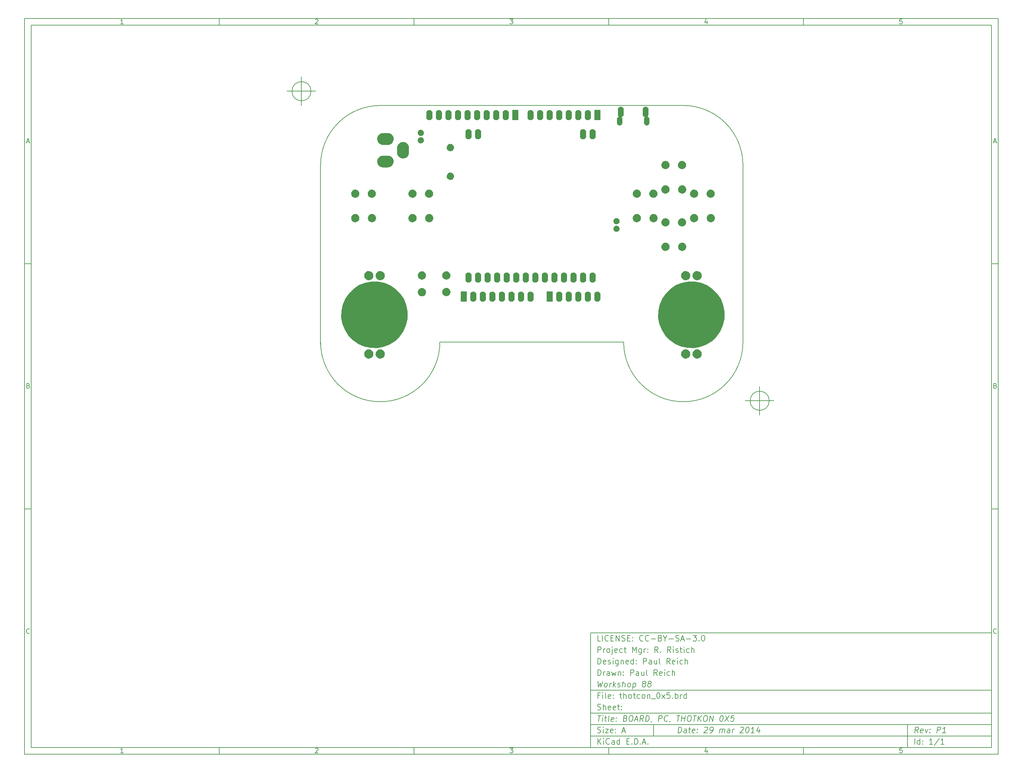
<source format=gbs>
G04 (created by PCBNEW (2013-dec-23)-stable) date Sat 29 Mar 2014 16:15:46 CDT*
%MOIN*%
G04 Gerber Fmt 3.4, Leading zero omitted, Abs format*
%FSLAX34Y34*%
G01*
G70*
G90*
G04 APERTURE LIST*
%ADD10C,0.00590551*%
%ADD11C,0.006*%
G04 APERTURE END LIST*
G54D10*
X-36650Y31000D02*
X65350Y31000D01*
X65350Y-46000D01*
X-36650Y-46000D01*
X-36650Y31000D01*
X-35950Y30300D02*
X64650Y30300D01*
X64650Y-45300D01*
X-35950Y-45300D01*
X-35950Y30300D01*
X-16250Y31000D02*
X-16250Y30300D01*
X-26307Y30447D02*
X-26592Y30447D01*
X-26450Y30447D02*
X-26450Y30947D01*
X-26497Y30876D01*
X-26545Y30828D01*
X-26592Y30804D01*
X-16250Y-46000D02*
X-16250Y-45300D01*
X-26307Y-45852D02*
X-26592Y-45852D01*
X-26450Y-45852D02*
X-26450Y-45352D01*
X-26497Y-45423D01*
X-26545Y-45471D01*
X-26592Y-45495D01*
X4150Y31000D02*
X4150Y30300D01*
X-6192Y30900D02*
X-6169Y30923D01*
X-6121Y30947D01*
X-6002Y30947D01*
X-5954Y30923D01*
X-5930Y30900D01*
X-5907Y30852D01*
X-5907Y30804D01*
X-5930Y30733D01*
X-6216Y30447D01*
X-5907Y30447D01*
X4150Y-46000D02*
X4150Y-45300D01*
X-6192Y-45400D02*
X-6169Y-45376D01*
X-6121Y-45352D01*
X-6002Y-45352D01*
X-5954Y-45376D01*
X-5930Y-45400D01*
X-5907Y-45447D01*
X-5907Y-45495D01*
X-5930Y-45566D01*
X-6216Y-45852D01*
X-5907Y-45852D01*
X24550Y31000D02*
X24550Y30300D01*
X14183Y30947D02*
X14492Y30947D01*
X14326Y30757D01*
X14397Y30757D01*
X14445Y30733D01*
X14469Y30709D01*
X14492Y30661D01*
X14492Y30542D01*
X14469Y30495D01*
X14445Y30471D01*
X14397Y30447D01*
X14254Y30447D01*
X14207Y30471D01*
X14183Y30495D01*
X24550Y-46000D02*
X24550Y-45300D01*
X14183Y-45352D02*
X14492Y-45352D01*
X14326Y-45542D01*
X14397Y-45542D01*
X14445Y-45566D01*
X14469Y-45590D01*
X14492Y-45638D01*
X14492Y-45757D01*
X14469Y-45804D01*
X14445Y-45828D01*
X14397Y-45852D01*
X14254Y-45852D01*
X14207Y-45828D01*
X14183Y-45804D01*
X44950Y31000D02*
X44950Y30300D01*
X34845Y30780D02*
X34845Y30447D01*
X34726Y30971D02*
X34607Y30614D01*
X34916Y30614D01*
X44950Y-46000D02*
X44950Y-45300D01*
X34845Y-45519D02*
X34845Y-45852D01*
X34726Y-45328D02*
X34607Y-45685D01*
X34916Y-45685D01*
X55269Y30947D02*
X55030Y30947D01*
X55007Y30709D01*
X55030Y30733D01*
X55078Y30757D01*
X55197Y30757D01*
X55245Y30733D01*
X55269Y30709D01*
X55292Y30661D01*
X55292Y30542D01*
X55269Y30495D01*
X55245Y30471D01*
X55197Y30447D01*
X55078Y30447D01*
X55030Y30471D01*
X55007Y30495D01*
X55269Y-45352D02*
X55030Y-45352D01*
X55007Y-45590D01*
X55030Y-45566D01*
X55078Y-45542D01*
X55197Y-45542D01*
X55245Y-45566D01*
X55269Y-45590D01*
X55292Y-45638D01*
X55292Y-45757D01*
X55269Y-45804D01*
X55245Y-45828D01*
X55197Y-45852D01*
X55078Y-45852D01*
X55030Y-45828D01*
X55007Y-45804D01*
X-36650Y5340D02*
X-35950Y5340D01*
X-36419Y18110D02*
X-36180Y18110D01*
X-36466Y17967D02*
X-36299Y18467D01*
X-36133Y17967D01*
X65350Y5340D02*
X64650Y5340D01*
X64880Y18110D02*
X65119Y18110D01*
X64833Y17967D02*
X65000Y18467D01*
X65166Y17967D01*
X-36650Y-20320D02*
X-35950Y-20320D01*
X-36264Y-7430D02*
X-36192Y-7454D01*
X-36169Y-7478D01*
X-36145Y-7525D01*
X-36145Y-7597D01*
X-36169Y-7644D01*
X-36192Y-7668D01*
X-36240Y-7692D01*
X-36430Y-7692D01*
X-36430Y-7192D01*
X-36264Y-7192D01*
X-36216Y-7216D01*
X-36192Y-7240D01*
X-36169Y-7287D01*
X-36169Y-7335D01*
X-36192Y-7382D01*
X-36216Y-7406D01*
X-36264Y-7430D01*
X-36430Y-7430D01*
X65350Y-20320D02*
X64650Y-20320D01*
X65035Y-7430D02*
X65107Y-7454D01*
X65130Y-7478D01*
X65154Y-7525D01*
X65154Y-7597D01*
X65130Y-7644D01*
X65107Y-7668D01*
X65059Y-7692D01*
X64869Y-7692D01*
X64869Y-7192D01*
X65035Y-7192D01*
X65083Y-7216D01*
X65107Y-7240D01*
X65130Y-7287D01*
X65130Y-7335D01*
X65107Y-7382D01*
X65083Y-7406D01*
X65035Y-7430D01*
X64869Y-7430D01*
X-36145Y-33304D02*
X-36169Y-33328D01*
X-36240Y-33352D01*
X-36288Y-33352D01*
X-36359Y-33328D01*
X-36407Y-33280D01*
X-36430Y-33233D01*
X-36454Y-33138D01*
X-36454Y-33066D01*
X-36430Y-32971D01*
X-36407Y-32923D01*
X-36359Y-32876D01*
X-36288Y-32852D01*
X-36240Y-32852D01*
X-36169Y-32876D01*
X-36145Y-32900D01*
X65154Y-33304D02*
X65130Y-33328D01*
X65059Y-33352D01*
X65011Y-33352D01*
X64940Y-33328D01*
X64892Y-33280D01*
X64869Y-33233D01*
X64845Y-33138D01*
X64845Y-33066D01*
X64869Y-32971D01*
X64892Y-32923D01*
X64940Y-32876D01*
X65011Y-32852D01*
X65059Y-32852D01*
X65130Y-32876D01*
X65154Y-32900D01*
X31800Y-43742D02*
X31875Y-43142D01*
X32017Y-43142D01*
X32100Y-43171D01*
X32150Y-43228D01*
X32171Y-43285D01*
X32185Y-43400D01*
X32175Y-43485D01*
X32132Y-43600D01*
X32096Y-43657D01*
X32032Y-43714D01*
X31942Y-43742D01*
X31800Y-43742D01*
X32657Y-43742D02*
X32696Y-43428D01*
X32675Y-43371D01*
X32621Y-43342D01*
X32507Y-43342D01*
X32446Y-43371D01*
X32660Y-43714D02*
X32600Y-43742D01*
X32457Y-43742D01*
X32403Y-43714D01*
X32382Y-43657D01*
X32389Y-43600D01*
X32425Y-43542D01*
X32485Y-43514D01*
X32628Y-43514D01*
X32689Y-43485D01*
X32907Y-43342D02*
X33135Y-43342D01*
X33017Y-43142D02*
X32953Y-43657D01*
X32975Y-43714D01*
X33028Y-43742D01*
X33085Y-43742D01*
X33517Y-43714D02*
X33457Y-43742D01*
X33342Y-43742D01*
X33289Y-43714D01*
X33267Y-43657D01*
X33296Y-43428D01*
X33332Y-43371D01*
X33392Y-43342D01*
X33507Y-43342D01*
X33560Y-43371D01*
X33582Y-43428D01*
X33575Y-43485D01*
X33282Y-43542D01*
X33807Y-43685D02*
X33832Y-43714D01*
X33800Y-43742D01*
X33775Y-43714D01*
X33807Y-43685D01*
X33800Y-43742D01*
X33846Y-43371D02*
X33871Y-43400D01*
X33839Y-43428D01*
X33814Y-43400D01*
X33846Y-43371D01*
X33839Y-43428D01*
X34582Y-43200D02*
X34614Y-43171D01*
X34675Y-43142D01*
X34817Y-43142D01*
X34871Y-43171D01*
X34896Y-43200D01*
X34917Y-43257D01*
X34910Y-43314D01*
X34871Y-43400D01*
X34485Y-43742D01*
X34857Y-43742D01*
X35142Y-43742D02*
X35257Y-43742D01*
X35317Y-43714D01*
X35350Y-43685D01*
X35417Y-43600D01*
X35460Y-43485D01*
X35489Y-43257D01*
X35467Y-43200D01*
X35442Y-43171D01*
X35389Y-43142D01*
X35275Y-43142D01*
X35214Y-43171D01*
X35182Y-43200D01*
X35146Y-43257D01*
X35128Y-43400D01*
X35150Y-43457D01*
X35175Y-43485D01*
X35228Y-43514D01*
X35342Y-43514D01*
X35403Y-43485D01*
X35435Y-43457D01*
X35471Y-43400D01*
X36142Y-43742D02*
X36192Y-43342D01*
X36185Y-43400D02*
X36217Y-43371D01*
X36278Y-43342D01*
X36364Y-43342D01*
X36417Y-43371D01*
X36439Y-43428D01*
X36400Y-43742D01*
X36439Y-43428D02*
X36475Y-43371D01*
X36535Y-43342D01*
X36621Y-43342D01*
X36675Y-43371D01*
X36696Y-43428D01*
X36657Y-43742D01*
X37200Y-43742D02*
X37239Y-43428D01*
X37217Y-43371D01*
X37164Y-43342D01*
X37050Y-43342D01*
X36989Y-43371D01*
X37203Y-43714D02*
X37142Y-43742D01*
X37000Y-43742D01*
X36946Y-43714D01*
X36925Y-43657D01*
X36932Y-43600D01*
X36967Y-43542D01*
X37028Y-43514D01*
X37171Y-43514D01*
X37232Y-43485D01*
X37485Y-43742D02*
X37535Y-43342D01*
X37521Y-43457D02*
X37557Y-43400D01*
X37589Y-43371D01*
X37650Y-43342D01*
X37707Y-43342D01*
X38353Y-43200D02*
X38385Y-43171D01*
X38446Y-43142D01*
X38589Y-43142D01*
X38642Y-43171D01*
X38667Y-43200D01*
X38689Y-43257D01*
X38682Y-43314D01*
X38642Y-43400D01*
X38257Y-43742D01*
X38628Y-43742D01*
X39075Y-43142D02*
X39132Y-43142D01*
X39185Y-43171D01*
X39210Y-43200D01*
X39232Y-43257D01*
X39246Y-43371D01*
X39228Y-43514D01*
X39185Y-43628D01*
X39150Y-43685D01*
X39117Y-43714D01*
X39057Y-43742D01*
X39000Y-43742D01*
X38946Y-43714D01*
X38921Y-43685D01*
X38900Y-43628D01*
X38885Y-43514D01*
X38903Y-43371D01*
X38946Y-43257D01*
X38982Y-43200D01*
X39014Y-43171D01*
X39075Y-43142D01*
X39771Y-43742D02*
X39428Y-43742D01*
X39600Y-43742D02*
X39675Y-43142D01*
X39607Y-43228D01*
X39542Y-43285D01*
X39482Y-43314D01*
X40335Y-43342D02*
X40285Y-43742D01*
X40221Y-43114D02*
X40025Y-43542D01*
X40396Y-43542D01*
X23392Y-44942D02*
X23392Y-44342D01*
X23735Y-44942D02*
X23478Y-44600D01*
X23735Y-44342D02*
X23392Y-44685D01*
X23992Y-44942D02*
X23992Y-44542D01*
X23992Y-44342D02*
X23964Y-44371D01*
X23992Y-44400D01*
X24021Y-44371D01*
X23992Y-44342D01*
X23992Y-44400D01*
X24621Y-44885D02*
X24592Y-44914D01*
X24507Y-44942D01*
X24450Y-44942D01*
X24364Y-44914D01*
X24307Y-44857D01*
X24278Y-44800D01*
X24250Y-44685D01*
X24250Y-44600D01*
X24278Y-44485D01*
X24307Y-44428D01*
X24364Y-44371D01*
X24450Y-44342D01*
X24507Y-44342D01*
X24592Y-44371D01*
X24621Y-44400D01*
X25135Y-44942D02*
X25135Y-44628D01*
X25107Y-44571D01*
X25050Y-44542D01*
X24935Y-44542D01*
X24878Y-44571D01*
X25135Y-44914D02*
X25078Y-44942D01*
X24935Y-44942D01*
X24878Y-44914D01*
X24850Y-44857D01*
X24850Y-44800D01*
X24878Y-44742D01*
X24935Y-44714D01*
X25078Y-44714D01*
X25135Y-44685D01*
X25678Y-44942D02*
X25678Y-44342D01*
X25678Y-44914D02*
X25621Y-44942D01*
X25507Y-44942D01*
X25450Y-44914D01*
X25421Y-44885D01*
X25392Y-44828D01*
X25392Y-44657D01*
X25421Y-44600D01*
X25450Y-44571D01*
X25507Y-44542D01*
X25621Y-44542D01*
X25678Y-44571D01*
X26421Y-44628D02*
X26621Y-44628D01*
X26707Y-44942D02*
X26421Y-44942D01*
X26421Y-44342D01*
X26707Y-44342D01*
X26964Y-44885D02*
X26992Y-44914D01*
X26964Y-44942D01*
X26935Y-44914D01*
X26964Y-44885D01*
X26964Y-44942D01*
X27249Y-44942D02*
X27249Y-44342D01*
X27392Y-44342D01*
X27478Y-44371D01*
X27535Y-44428D01*
X27564Y-44485D01*
X27592Y-44600D01*
X27592Y-44685D01*
X27564Y-44800D01*
X27535Y-44857D01*
X27478Y-44914D01*
X27392Y-44942D01*
X27249Y-44942D01*
X27849Y-44885D02*
X27878Y-44914D01*
X27849Y-44942D01*
X27821Y-44914D01*
X27849Y-44885D01*
X27849Y-44942D01*
X28107Y-44771D02*
X28392Y-44771D01*
X28049Y-44942D02*
X28249Y-44342D01*
X28449Y-44942D01*
X28649Y-44885D02*
X28678Y-44914D01*
X28649Y-44942D01*
X28621Y-44914D01*
X28649Y-44885D01*
X28649Y-44942D01*
X56942Y-43742D02*
X56778Y-43457D01*
X56600Y-43742D02*
X56675Y-43142D01*
X56903Y-43142D01*
X56957Y-43171D01*
X56982Y-43200D01*
X57003Y-43257D01*
X56992Y-43342D01*
X56957Y-43400D01*
X56925Y-43428D01*
X56864Y-43457D01*
X56635Y-43457D01*
X57432Y-43714D02*
X57371Y-43742D01*
X57257Y-43742D01*
X57203Y-43714D01*
X57182Y-43657D01*
X57210Y-43428D01*
X57246Y-43371D01*
X57307Y-43342D01*
X57421Y-43342D01*
X57475Y-43371D01*
X57496Y-43428D01*
X57489Y-43485D01*
X57196Y-43542D01*
X57707Y-43342D02*
X57800Y-43742D01*
X57992Y-43342D01*
X58178Y-43685D02*
X58203Y-43714D01*
X58171Y-43742D01*
X58146Y-43714D01*
X58178Y-43685D01*
X58171Y-43742D01*
X58217Y-43371D02*
X58242Y-43400D01*
X58210Y-43428D01*
X58185Y-43400D01*
X58217Y-43371D01*
X58210Y-43428D01*
X58914Y-43742D02*
X58989Y-43142D01*
X59217Y-43142D01*
X59271Y-43171D01*
X59296Y-43200D01*
X59317Y-43257D01*
X59307Y-43342D01*
X59271Y-43400D01*
X59239Y-43428D01*
X59178Y-43457D01*
X58950Y-43457D01*
X59828Y-43742D02*
X59485Y-43742D01*
X59657Y-43742D02*
X59732Y-43142D01*
X59664Y-43228D01*
X59600Y-43285D01*
X59539Y-43314D01*
X23364Y-43714D02*
X23450Y-43742D01*
X23592Y-43742D01*
X23650Y-43714D01*
X23678Y-43685D01*
X23707Y-43628D01*
X23707Y-43571D01*
X23678Y-43514D01*
X23650Y-43485D01*
X23592Y-43457D01*
X23478Y-43428D01*
X23421Y-43400D01*
X23392Y-43371D01*
X23364Y-43314D01*
X23364Y-43257D01*
X23392Y-43200D01*
X23421Y-43171D01*
X23478Y-43142D01*
X23621Y-43142D01*
X23707Y-43171D01*
X23964Y-43742D02*
X23964Y-43342D01*
X23964Y-43142D02*
X23935Y-43171D01*
X23964Y-43200D01*
X23992Y-43171D01*
X23964Y-43142D01*
X23964Y-43200D01*
X24192Y-43342D02*
X24507Y-43342D01*
X24192Y-43742D01*
X24507Y-43742D01*
X24964Y-43714D02*
X24907Y-43742D01*
X24792Y-43742D01*
X24735Y-43714D01*
X24707Y-43657D01*
X24707Y-43428D01*
X24735Y-43371D01*
X24792Y-43342D01*
X24907Y-43342D01*
X24964Y-43371D01*
X24992Y-43428D01*
X24992Y-43485D01*
X24707Y-43542D01*
X25250Y-43685D02*
X25278Y-43714D01*
X25250Y-43742D01*
X25221Y-43714D01*
X25250Y-43685D01*
X25250Y-43742D01*
X25250Y-43371D02*
X25278Y-43400D01*
X25250Y-43428D01*
X25221Y-43400D01*
X25250Y-43371D01*
X25250Y-43428D01*
X25964Y-43571D02*
X26250Y-43571D01*
X25907Y-43742D02*
X26107Y-43142D01*
X26307Y-43742D01*
X56592Y-44942D02*
X56592Y-44342D01*
X57135Y-44942D02*
X57135Y-44342D01*
X57135Y-44914D02*
X57078Y-44942D01*
X56964Y-44942D01*
X56907Y-44914D01*
X56878Y-44885D01*
X56850Y-44828D01*
X56850Y-44657D01*
X56878Y-44600D01*
X56907Y-44571D01*
X56964Y-44542D01*
X57078Y-44542D01*
X57135Y-44571D01*
X57421Y-44885D02*
X57450Y-44914D01*
X57421Y-44942D01*
X57392Y-44914D01*
X57421Y-44885D01*
X57421Y-44942D01*
X57421Y-44571D02*
X57450Y-44600D01*
X57421Y-44628D01*
X57392Y-44600D01*
X57421Y-44571D01*
X57421Y-44628D01*
X58478Y-44942D02*
X58135Y-44942D01*
X58307Y-44942D02*
X58307Y-44342D01*
X58249Y-44428D01*
X58192Y-44485D01*
X58135Y-44514D01*
X59164Y-44314D02*
X58650Y-45085D01*
X59678Y-44942D02*
X59335Y-44942D01*
X59507Y-44942D02*
X59507Y-44342D01*
X59449Y-44428D01*
X59392Y-44485D01*
X59335Y-44514D01*
X23389Y-41942D02*
X23732Y-41942D01*
X23485Y-42542D02*
X23560Y-41942D01*
X23857Y-42542D02*
X23907Y-42142D01*
X23932Y-41942D02*
X23900Y-41971D01*
X23925Y-42000D01*
X23957Y-41971D01*
X23932Y-41942D01*
X23925Y-42000D01*
X24107Y-42142D02*
X24335Y-42142D01*
X24217Y-41942D02*
X24153Y-42457D01*
X24175Y-42514D01*
X24228Y-42542D01*
X24285Y-42542D01*
X24571Y-42542D02*
X24517Y-42514D01*
X24496Y-42457D01*
X24560Y-41942D01*
X25032Y-42514D02*
X24971Y-42542D01*
X24857Y-42542D01*
X24803Y-42514D01*
X24782Y-42457D01*
X24810Y-42228D01*
X24846Y-42171D01*
X24907Y-42142D01*
X25021Y-42142D01*
X25075Y-42171D01*
X25096Y-42228D01*
X25089Y-42285D01*
X24796Y-42342D01*
X25321Y-42485D02*
X25346Y-42514D01*
X25314Y-42542D01*
X25289Y-42514D01*
X25321Y-42485D01*
X25314Y-42542D01*
X25360Y-42171D02*
X25385Y-42200D01*
X25353Y-42228D01*
X25328Y-42200D01*
X25360Y-42171D01*
X25353Y-42228D01*
X26296Y-42228D02*
X26378Y-42257D01*
X26403Y-42285D01*
X26425Y-42342D01*
X26414Y-42428D01*
X26378Y-42485D01*
X26346Y-42514D01*
X26285Y-42542D01*
X26057Y-42542D01*
X26132Y-41942D01*
X26332Y-41942D01*
X26385Y-41971D01*
X26410Y-42000D01*
X26432Y-42057D01*
X26425Y-42114D01*
X26389Y-42171D01*
X26357Y-42200D01*
X26296Y-42228D01*
X26096Y-42228D01*
X26846Y-41942D02*
X26960Y-41942D01*
X27014Y-41971D01*
X27064Y-42028D01*
X27078Y-42142D01*
X27053Y-42342D01*
X27010Y-42457D01*
X26946Y-42514D01*
X26885Y-42542D01*
X26771Y-42542D01*
X26717Y-42514D01*
X26667Y-42457D01*
X26653Y-42342D01*
X26678Y-42142D01*
X26721Y-42028D01*
X26785Y-41971D01*
X26846Y-41942D01*
X27278Y-42371D02*
X27564Y-42371D01*
X27200Y-42542D02*
X27475Y-41942D01*
X27600Y-42542D01*
X28142Y-42542D02*
X27978Y-42257D01*
X27800Y-42542D02*
X27875Y-41942D01*
X28103Y-41942D01*
X28157Y-41971D01*
X28182Y-42000D01*
X28203Y-42057D01*
X28192Y-42142D01*
X28157Y-42200D01*
X28125Y-42228D01*
X28064Y-42257D01*
X27835Y-42257D01*
X28400Y-42542D02*
X28475Y-41942D01*
X28617Y-41942D01*
X28700Y-41971D01*
X28750Y-42028D01*
X28771Y-42085D01*
X28785Y-42200D01*
X28775Y-42285D01*
X28732Y-42400D01*
X28696Y-42457D01*
X28632Y-42514D01*
X28542Y-42542D01*
X28400Y-42542D01*
X29032Y-42514D02*
X29028Y-42542D01*
X28992Y-42600D01*
X28960Y-42628D01*
X29742Y-42542D02*
X29817Y-41942D01*
X30046Y-41942D01*
X30099Y-41971D01*
X30125Y-42000D01*
X30146Y-42057D01*
X30135Y-42142D01*
X30100Y-42200D01*
X30067Y-42228D01*
X30007Y-42257D01*
X29778Y-42257D01*
X30692Y-42485D02*
X30660Y-42514D01*
X30571Y-42542D01*
X30514Y-42542D01*
X30432Y-42514D01*
X30382Y-42457D01*
X30360Y-42400D01*
X30346Y-42285D01*
X30357Y-42200D01*
X30400Y-42085D01*
X30435Y-42028D01*
X30499Y-41971D01*
X30589Y-41942D01*
X30646Y-41942D01*
X30728Y-41971D01*
X30753Y-42000D01*
X30975Y-42514D02*
X30971Y-42542D01*
X30935Y-42600D01*
X30903Y-42628D01*
X31675Y-41942D02*
X32017Y-41942D01*
X31771Y-42542D02*
X31846Y-41942D01*
X32142Y-42542D02*
X32217Y-41942D01*
X32182Y-42228D02*
X32525Y-42228D01*
X32485Y-42542D02*
X32560Y-41942D01*
X32960Y-41942D02*
X33075Y-41942D01*
X33128Y-41971D01*
X33178Y-42028D01*
X33192Y-42142D01*
X33167Y-42342D01*
X33124Y-42457D01*
X33060Y-42514D01*
X33000Y-42542D01*
X32885Y-42542D01*
X32832Y-42514D01*
X32782Y-42457D01*
X32767Y-42342D01*
X32792Y-42142D01*
X32835Y-42028D01*
X32899Y-41971D01*
X32960Y-41942D01*
X33389Y-41942D02*
X33732Y-41942D01*
X33485Y-42542D02*
X33560Y-41942D01*
X33857Y-42542D02*
X33932Y-41942D01*
X34199Y-42542D02*
X33985Y-42200D01*
X34274Y-41942D02*
X33889Y-42285D01*
X34646Y-41942D02*
X34760Y-41942D01*
X34814Y-41971D01*
X34864Y-42028D01*
X34878Y-42142D01*
X34853Y-42342D01*
X34810Y-42457D01*
X34746Y-42514D01*
X34685Y-42542D01*
X34571Y-42542D01*
X34517Y-42514D01*
X34467Y-42457D01*
X34453Y-42342D01*
X34478Y-42142D01*
X34521Y-42028D01*
X34585Y-41971D01*
X34646Y-41942D01*
X35085Y-42542D02*
X35160Y-41942D01*
X35428Y-42542D01*
X35503Y-41942D01*
X36360Y-41942D02*
X36417Y-41942D01*
X36471Y-41971D01*
X36496Y-42000D01*
X36517Y-42057D01*
X36532Y-42171D01*
X36514Y-42314D01*
X36471Y-42428D01*
X36435Y-42485D01*
X36403Y-42514D01*
X36342Y-42542D01*
X36285Y-42542D01*
X36232Y-42514D01*
X36207Y-42485D01*
X36185Y-42428D01*
X36171Y-42314D01*
X36189Y-42171D01*
X36232Y-42057D01*
X36267Y-42000D01*
X36299Y-41971D01*
X36360Y-41942D01*
X36760Y-41942D02*
X37085Y-42542D01*
X37160Y-41942D02*
X36685Y-42542D01*
X37674Y-41942D02*
X37389Y-41942D01*
X37325Y-42228D01*
X37357Y-42200D01*
X37417Y-42171D01*
X37560Y-42171D01*
X37614Y-42200D01*
X37639Y-42228D01*
X37660Y-42285D01*
X37642Y-42428D01*
X37607Y-42485D01*
X37574Y-42514D01*
X37514Y-42542D01*
X37371Y-42542D01*
X37317Y-42514D01*
X37292Y-42485D01*
X23592Y-39828D02*
X23392Y-39828D01*
X23392Y-40142D02*
X23392Y-39542D01*
X23678Y-39542D01*
X23907Y-40142D02*
X23907Y-39742D01*
X23907Y-39542D02*
X23878Y-39571D01*
X23907Y-39600D01*
X23935Y-39571D01*
X23907Y-39542D01*
X23907Y-39600D01*
X24278Y-40142D02*
X24221Y-40114D01*
X24192Y-40057D01*
X24192Y-39542D01*
X24735Y-40114D02*
X24678Y-40142D01*
X24564Y-40142D01*
X24507Y-40114D01*
X24478Y-40057D01*
X24478Y-39828D01*
X24507Y-39771D01*
X24564Y-39742D01*
X24678Y-39742D01*
X24735Y-39771D01*
X24764Y-39828D01*
X24764Y-39885D01*
X24478Y-39942D01*
X25021Y-40085D02*
X25050Y-40114D01*
X25021Y-40142D01*
X24992Y-40114D01*
X25021Y-40085D01*
X25021Y-40142D01*
X25021Y-39771D02*
X25050Y-39800D01*
X25021Y-39828D01*
X24992Y-39800D01*
X25021Y-39771D01*
X25021Y-39828D01*
X25678Y-39742D02*
X25907Y-39742D01*
X25764Y-39542D02*
X25764Y-40057D01*
X25792Y-40114D01*
X25850Y-40142D01*
X25907Y-40142D01*
X26107Y-40142D02*
X26107Y-39542D01*
X26364Y-40142D02*
X26364Y-39828D01*
X26335Y-39771D01*
X26278Y-39742D01*
X26192Y-39742D01*
X26135Y-39771D01*
X26107Y-39800D01*
X26735Y-40142D02*
X26678Y-40114D01*
X26650Y-40085D01*
X26621Y-40028D01*
X26621Y-39857D01*
X26650Y-39800D01*
X26678Y-39771D01*
X26735Y-39742D01*
X26821Y-39742D01*
X26878Y-39771D01*
X26907Y-39800D01*
X26935Y-39857D01*
X26935Y-40028D01*
X26907Y-40085D01*
X26878Y-40114D01*
X26821Y-40142D01*
X26735Y-40142D01*
X27107Y-39742D02*
X27335Y-39742D01*
X27192Y-39542D02*
X27192Y-40057D01*
X27221Y-40114D01*
X27278Y-40142D01*
X27335Y-40142D01*
X27792Y-40114D02*
X27735Y-40142D01*
X27621Y-40142D01*
X27564Y-40114D01*
X27535Y-40085D01*
X27507Y-40028D01*
X27507Y-39857D01*
X27535Y-39800D01*
X27564Y-39771D01*
X27621Y-39742D01*
X27735Y-39742D01*
X27792Y-39771D01*
X28135Y-40142D02*
X28078Y-40114D01*
X28050Y-40085D01*
X28021Y-40028D01*
X28021Y-39857D01*
X28050Y-39800D01*
X28078Y-39771D01*
X28135Y-39742D01*
X28221Y-39742D01*
X28278Y-39771D01*
X28307Y-39800D01*
X28335Y-39857D01*
X28335Y-40028D01*
X28307Y-40085D01*
X28278Y-40114D01*
X28221Y-40142D01*
X28135Y-40142D01*
X28592Y-39742D02*
X28592Y-40142D01*
X28592Y-39800D02*
X28621Y-39771D01*
X28678Y-39742D01*
X28764Y-39742D01*
X28821Y-39771D01*
X28850Y-39828D01*
X28850Y-40142D01*
X28992Y-40200D02*
X29450Y-40200D01*
X29707Y-39542D02*
X29764Y-39542D01*
X29821Y-39571D01*
X29850Y-39600D01*
X29878Y-39657D01*
X29907Y-39771D01*
X29907Y-39914D01*
X29878Y-40028D01*
X29850Y-40085D01*
X29821Y-40114D01*
X29764Y-40142D01*
X29707Y-40142D01*
X29650Y-40114D01*
X29621Y-40085D01*
X29592Y-40028D01*
X29564Y-39914D01*
X29564Y-39771D01*
X29592Y-39657D01*
X29621Y-39600D01*
X29650Y-39571D01*
X29707Y-39542D01*
X30107Y-40142D02*
X30421Y-39742D01*
X30107Y-39742D02*
X30421Y-40142D01*
X30935Y-39542D02*
X30650Y-39542D01*
X30621Y-39828D01*
X30650Y-39800D01*
X30707Y-39771D01*
X30850Y-39771D01*
X30907Y-39800D01*
X30935Y-39828D01*
X30964Y-39885D01*
X30964Y-40028D01*
X30935Y-40085D01*
X30907Y-40114D01*
X30850Y-40142D01*
X30707Y-40142D01*
X30650Y-40114D01*
X30621Y-40085D01*
X31221Y-40085D02*
X31250Y-40114D01*
X31221Y-40142D01*
X31192Y-40114D01*
X31221Y-40085D01*
X31221Y-40142D01*
X31507Y-40142D02*
X31507Y-39542D01*
X31507Y-39771D02*
X31564Y-39742D01*
X31678Y-39742D01*
X31735Y-39771D01*
X31764Y-39800D01*
X31792Y-39857D01*
X31792Y-40028D01*
X31764Y-40085D01*
X31735Y-40114D01*
X31678Y-40142D01*
X31564Y-40142D01*
X31507Y-40114D01*
X32050Y-40142D02*
X32050Y-39742D01*
X32050Y-39857D02*
X32078Y-39800D01*
X32107Y-39771D01*
X32164Y-39742D01*
X32221Y-39742D01*
X32678Y-40142D02*
X32678Y-39542D01*
X32678Y-40114D02*
X32621Y-40142D01*
X32507Y-40142D01*
X32450Y-40114D01*
X32421Y-40085D01*
X32392Y-40028D01*
X32392Y-39857D01*
X32421Y-39800D01*
X32450Y-39771D01*
X32507Y-39742D01*
X32621Y-39742D01*
X32678Y-39771D01*
X23364Y-41314D02*
X23450Y-41342D01*
X23592Y-41342D01*
X23650Y-41314D01*
X23678Y-41285D01*
X23707Y-41228D01*
X23707Y-41171D01*
X23678Y-41114D01*
X23650Y-41085D01*
X23592Y-41057D01*
X23478Y-41028D01*
X23421Y-41000D01*
X23392Y-40971D01*
X23364Y-40914D01*
X23364Y-40857D01*
X23392Y-40800D01*
X23421Y-40771D01*
X23478Y-40742D01*
X23621Y-40742D01*
X23707Y-40771D01*
X23964Y-41342D02*
X23964Y-40742D01*
X24221Y-41342D02*
X24221Y-41028D01*
X24192Y-40971D01*
X24135Y-40942D01*
X24050Y-40942D01*
X23992Y-40971D01*
X23964Y-41000D01*
X24735Y-41314D02*
X24678Y-41342D01*
X24564Y-41342D01*
X24507Y-41314D01*
X24478Y-41257D01*
X24478Y-41028D01*
X24507Y-40971D01*
X24564Y-40942D01*
X24678Y-40942D01*
X24735Y-40971D01*
X24764Y-41028D01*
X24764Y-41085D01*
X24478Y-41142D01*
X25250Y-41314D02*
X25192Y-41342D01*
X25078Y-41342D01*
X25021Y-41314D01*
X24992Y-41257D01*
X24992Y-41028D01*
X25021Y-40971D01*
X25078Y-40942D01*
X25192Y-40942D01*
X25250Y-40971D01*
X25278Y-41028D01*
X25278Y-41085D01*
X24992Y-41142D01*
X25450Y-40942D02*
X25678Y-40942D01*
X25535Y-40742D02*
X25535Y-41257D01*
X25564Y-41314D01*
X25621Y-41342D01*
X25678Y-41342D01*
X25878Y-41285D02*
X25907Y-41314D01*
X25878Y-41342D01*
X25850Y-41314D01*
X25878Y-41285D01*
X25878Y-41342D01*
X25878Y-40971D02*
X25907Y-41000D01*
X25878Y-41028D01*
X25850Y-41000D01*
X25878Y-40971D01*
X25878Y-41028D01*
X23417Y-38342D02*
X23485Y-38942D01*
X23653Y-38514D01*
X23714Y-38942D01*
X23932Y-38342D01*
X24171Y-38942D02*
X24117Y-38914D01*
X24092Y-38885D01*
X24071Y-38828D01*
X24092Y-38657D01*
X24128Y-38600D01*
X24160Y-38571D01*
X24221Y-38542D01*
X24307Y-38542D01*
X24360Y-38571D01*
X24385Y-38600D01*
X24407Y-38657D01*
X24385Y-38828D01*
X24350Y-38885D01*
X24317Y-38914D01*
X24257Y-38942D01*
X24171Y-38942D01*
X24628Y-38942D02*
X24678Y-38542D01*
X24664Y-38657D02*
X24700Y-38600D01*
X24732Y-38571D01*
X24792Y-38542D01*
X24850Y-38542D01*
X25000Y-38942D02*
X25075Y-38342D01*
X25085Y-38714D02*
X25228Y-38942D01*
X25278Y-38542D02*
X25021Y-38771D01*
X25460Y-38914D02*
X25514Y-38942D01*
X25628Y-38942D01*
X25689Y-38914D01*
X25725Y-38857D01*
X25728Y-38828D01*
X25707Y-38771D01*
X25653Y-38742D01*
X25567Y-38742D01*
X25514Y-38714D01*
X25492Y-38657D01*
X25496Y-38628D01*
X25532Y-38571D01*
X25592Y-38542D01*
X25678Y-38542D01*
X25732Y-38571D01*
X25971Y-38942D02*
X26046Y-38342D01*
X26228Y-38942D02*
X26267Y-38628D01*
X26246Y-38571D01*
X26192Y-38542D01*
X26107Y-38542D01*
X26046Y-38571D01*
X26014Y-38600D01*
X26599Y-38942D02*
X26546Y-38914D01*
X26521Y-38885D01*
X26500Y-38828D01*
X26521Y-38657D01*
X26557Y-38600D01*
X26589Y-38571D01*
X26649Y-38542D01*
X26735Y-38542D01*
X26789Y-38571D01*
X26814Y-38600D01*
X26835Y-38657D01*
X26814Y-38828D01*
X26778Y-38885D01*
X26746Y-38914D01*
X26685Y-38942D01*
X26599Y-38942D01*
X27107Y-38542D02*
X27032Y-39142D01*
X27103Y-38571D02*
X27164Y-38542D01*
X27278Y-38542D01*
X27332Y-38571D01*
X27357Y-38600D01*
X27378Y-38657D01*
X27357Y-38828D01*
X27321Y-38885D01*
X27289Y-38914D01*
X27228Y-38942D01*
X27114Y-38942D01*
X27060Y-38914D01*
X28185Y-38600D02*
X28132Y-38571D01*
X28107Y-38542D01*
X28085Y-38485D01*
X28089Y-38457D01*
X28124Y-38400D01*
X28157Y-38371D01*
X28217Y-38342D01*
X28332Y-38342D01*
X28385Y-38371D01*
X28410Y-38400D01*
X28432Y-38457D01*
X28428Y-38485D01*
X28392Y-38542D01*
X28360Y-38571D01*
X28299Y-38600D01*
X28185Y-38600D01*
X28125Y-38628D01*
X28092Y-38657D01*
X28057Y-38714D01*
X28042Y-38828D01*
X28064Y-38885D01*
X28089Y-38914D01*
X28142Y-38942D01*
X28257Y-38942D01*
X28317Y-38914D01*
X28349Y-38885D01*
X28385Y-38828D01*
X28399Y-38714D01*
X28378Y-38657D01*
X28353Y-38628D01*
X28299Y-38600D01*
X28757Y-38600D02*
X28703Y-38571D01*
X28678Y-38542D01*
X28657Y-38485D01*
X28660Y-38457D01*
X28696Y-38400D01*
X28728Y-38371D01*
X28789Y-38342D01*
X28903Y-38342D01*
X28957Y-38371D01*
X28982Y-38400D01*
X29003Y-38457D01*
X29000Y-38485D01*
X28964Y-38542D01*
X28932Y-38571D01*
X28871Y-38600D01*
X28757Y-38600D01*
X28696Y-38628D01*
X28664Y-38657D01*
X28628Y-38714D01*
X28614Y-38828D01*
X28635Y-38885D01*
X28660Y-38914D01*
X28714Y-38942D01*
X28828Y-38942D01*
X28889Y-38914D01*
X28921Y-38885D01*
X28957Y-38828D01*
X28971Y-38714D01*
X28949Y-38657D01*
X28925Y-38628D01*
X28871Y-38600D01*
X23392Y-37742D02*
X23392Y-37142D01*
X23535Y-37142D01*
X23621Y-37171D01*
X23678Y-37228D01*
X23707Y-37285D01*
X23735Y-37400D01*
X23735Y-37485D01*
X23707Y-37600D01*
X23678Y-37657D01*
X23621Y-37714D01*
X23535Y-37742D01*
X23392Y-37742D01*
X23992Y-37742D02*
X23992Y-37342D01*
X23992Y-37457D02*
X24021Y-37400D01*
X24050Y-37371D01*
X24107Y-37342D01*
X24164Y-37342D01*
X24621Y-37742D02*
X24621Y-37428D01*
X24592Y-37371D01*
X24535Y-37342D01*
X24421Y-37342D01*
X24364Y-37371D01*
X24621Y-37714D02*
X24564Y-37742D01*
X24421Y-37742D01*
X24364Y-37714D01*
X24335Y-37657D01*
X24335Y-37600D01*
X24364Y-37542D01*
X24421Y-37514D01*
X24564Y-37514D01*
X24621Y-37485D01*
X24850Y-37342D02*
X24964Y-37742D01*
X25078Y-37457D01*
X25192Y-37742D01*
X25307Y-37342D01*
X25535Y-37342D02*
X25535Y-37742D01*
X25535Y-37400D02*
X25564Y-37371D01*
X25621Y-37342D01*
X25707Y-37342D01*
X25764Y-37371D01*
X25792Y-37428D01*
X25792Y-37742D01*
X26078Y-37685D02*
X26107Y-37714D01*
X26078Y-37742D01*
X26050Y-37714D01*
X26078Y-37685D01*
X26078Y-37742D01*
X26078Y-37371D02*
X26107Y-37400D01*
X26078Y-37428D01*
X26050Y-37400D01*
X26078Y-37371D01*
X26078Y-37428D01*
X26821Y-37742D02*
X26821Y-37142D01*
X27050Y-37142D01*
X27107Y-37171D01*
X27135Y-37200D01*
X27164Y-37257D01*
X27164Y-37342D01*
X27135Y-37400D01*
X27107Y-37428D01*
X27050Y-37457D01*
X26821Y-37457D01*
X27678Y-37742D02*
X27678Y-37428D01*
X27650Y-37371D01*
X27592Y-37342D01*
X27478Y-37342D01*
X27421Y-37371D01*
X27678Y-37714D02*
X27621Y-37742D01*
X27478Y-37742D01*
X27421Y-37714D01*
X27392Y-37657D01*
X27392Y-37600D01*
X27421Y-37542D01*
X27478Y-37514D01*
X27621Y-37514D01*
X27678Y-37485D01*
X28221Y-37342D02*
X28221Y-37742D01*
X27964Y-37342D02*
X27964Y-37657D01*
X27992Y-37714D01*
X28049Y-37742D01*
X28135Y-37742D01*
X28192Y-37714D01*
X28221Y-37685D01*
X28592Y-37742D02*
X28535Y-37714D01*
X28507Y-37657D01*
X28507Y-37142D01*
X29621Y-37742D02*
X29421Y-37457D01*
X29278Y-37742D02*
X29278Y-37142D01*
X29507Y-37142D01*
X29564Y-37171D01*
X29592Y-37200D01*
X29621Y-37257D01*
X29621Y-37342D01*
X29592Y-37400D01*
X29564Y-37428D01*
X29507Y-37457D01*
X29278Y-37457D01*
X30107Y-37714D02*
X30050Y-37742D01*
X29935Y-37742D01*
X29878Y-37714D01*
X29850Y-37657D01*
X29850Y-37428D01*
X29878Y-37371D01*
X29935Y-37342D01*
X30050Y-37342D01*
X30107Y-37371D01*
X30135Y-37428D01*
X30135Y-37485D01*
X29850Y-37542D01*
X30392Y-37742D02*
X30392Y-37342D01*
X30392Y-37142D02*
X30364Y-37171D01*
X30392Y-37200D01*
X30421Y-37171D01*
X30392Y-37142D01*
X30392Y-37200D01*
X30935Y-37714D02*
X30878Y-37742D01*
X30764Y-37742D01*
X30707Y-37714D01*
X30678Y-37685D01*
X30650Y-37628D01*
X30650Y-37457D01*
X30678Y-37400D01*
X30707Y-37371D01*
X30764Y-37342D01*
X30878Y-37342D01*
X30935Y-37371D01*
X31192Y-37742D02*
X31192Y-37142D01*
X31450Y-37742D02*
X31450Y-37428D01*
X31421Y-37371D01*
X31364Y-37342D01*
X31278Y-37342D01*
X31221Y-37371D01*
X31192Y-37400D01*
X23392Y-36542D02*
X23392Y-35942D01*
X23535Y-35942D01*
X23621Y-35971D01*
X23678Y-36028D01*
X23707Y-36085D01*
X23735Y-36200D01*
X23735Y-36285D01*
X23707Y-36400D01*
X23678Y-36457D01*
X23621Y-36514D01*
X23535Y-36542D01*
X23392Y-36542D01*
X24221Y-36514D02*
X24164Y-36542D01*
X24050Y-36542D01*
X23992Y-36514D01*
X23964Y-36457D01*
X23964Y-36228D01*
X23992Y-36171D01*
X24050Y-36142D01*
X24164Y-36142D01*
X24221Y-36171D01*
X24250Y-36228D01*
X24250Y-36285D01*
X23964Y-36342D01*
X24478Y-36514D02*
X24535Y-36542D01*
X24650Y-36542D01*
X24707Y-36514D01*
X24735Y-36457D01*
X24735Y-36428D01*
X24707Y-36371D01*
X24650Y-36342D01*
X24564Y-36342D01*
X24507Y-36314D01*
X24478Y-36257D01*
X24478Y-36228D01*
X24507Y-36171D01*
X24564Y-36142D01*
X24650Y-36142D01*
X24707Y-36171D01*
X24992Y-36542D02*
X24992Y-36142D01*
X24992Y-35942D02*
X24964Y-35971D01*
X24992Y-36000D01*
X25021Y-35971D01*
X24992Y-35942D01*
X24992Y-36000D01*
X25535Y-36142D02*
X25535Y-36628D01*
X25507Y-36685D01*
X25478Y-36714D01*
X25421Y-36742D01*
X25335Y-36742D01*
X25278Y-36714D01*
X25535Y-36514D02*
X25478Y-36542D01*
X25364Y-36542D01*
X25307Y-36514D01*
X25278Y-36485D01*
X25250Y-36428D01*
X25250Y-36257D01*
X25278Y-36200D01*
X25307Y-36171D01*
X25364Y-36142D01*
X25478Y-36142D01*
X25535Y-36171D01*
X25821Y-36142D02*
X25821Y-36542D01*
X25821Y-36200D02*
X25850Y-36171D01*
X25907Y-36142D01*
X25992Y-36142D01*
X26050Y-36171D01*
X26078Y-36228D01*
X26078Y-36542D01*
X26592Y-36514D02*
X26535Y-36542D01*
X26421Y-36542D01*
X26364Y-36514D01*
X26335Y-36457D01*
X26335Y-36228D01*
X26364Y-36171D01*
X26421Y-36142D01*
X26535Y-36142D01*
X26592Y-36171D01*
X26621Y-36228D01*
X26621Y-36285D01*
X26335Y-36342D01*
X27135Y-36542D02*
X27135Y-35942D01*
X27135Y-36514D02*
X27078Y-36542D01*
X26964Y-36542D01*
X26907Y-36514D01*
X26878Y-36485D01*
X26850Y-36428D01*
X26850Y-36257D01*
X26878Y-36200D01*
X26907Y-36171D01*
X26964Y-36142D01*
X27078Y-36142D01*
X27135Y-36171D01*
X27421Y-36485D02*
X27450Y-36514D01*
X27421Y-36542D01*
X27392Y-36514D01*
X27421Y-36485D01*
X27421Y-36542D01*
X27421Y-36171D02*
X27450Y-36200D01*
X27421Y-36228D01*
X27392Y-36200D01*
X27421Y-36171D01*
X27421Y-36228D01*
X28164Y-36542D02*
X28164Y-35942D01*
X28392Y-35942D01*
X28449Y-35971D01*
X28478Y-36000D01*
X28507Y-36057D01*
X28507Y-36142D01*
X28478Y-36200D01*
X28449Y-36228D01*
X28392Y-36257D01*
X28164Y-36257D01*
X29021Y-36542D02*
X29021Y-36228D01*
X28992Y-36171D01*
X28935Y-36142D01*
X28821Y-36142D01*
X28764Y-36171D01*
X29021Y-36514D02*
X28964Y-36542D01*
X28821Y-36542D01*
X28764Y-36514D01*
X28735Y-36457D01*
X28735Y-36400D01*
X28764Y-36342D01*
X28821Y-36314D01*
X28964Y-36314D01*
X29021Y-36285D01*
X29564Y-36142D02*
X29564Y-36542D01*
X29307Y-36142D02*
X29307Y-36457D01*
X29335Y-36514D01*
X29392Y-36542D01*
X29478Y-36542D01*
X29535Y-36514D01*
X29564Y-36485D01*
X29935Y-36542D02*
X29878Y-36514D01*
X29849Y-36457D01*
X29849Y-35942D01*
X30964Y-36542D02*
X30764Y-36257D01*
X30621Y-36542D02*
X30621Y-35942D01*
X30850Y-35942D01*
X30907Y-35971D01*
X30935Y-36000D01*
X30964Y-36057D01*
X30964Y-36142D01*
X30935Y-36200D01*
X30907Y-36228D01*
X30850Y-36257D01*
X30621Y-36257D01*
X31450Y-36514D02*
X31392Y-36542D01*
X31278Y-36542D01*
X31221Y-36514D01*
X31192Y-36457D01*
X31192Y-36228D01*
X31221Y-36171D01*
X31278Y-36142D01*
X31392Y-36142D01*
X31450Y-36171D01*
X31478Y-36228D01*
X31478Y-36285D01*
X31192Y-36342D01*
X31735Y-36542D02*
X31735Y-36142D01*
X31735Y-35942D02*
X31707Y-35971D01*
X31735Y-36000D01*
X31764Y-35971D01*
X31735Y-35942D01*
X31735Y-36000D01*
X32278Y-36514D02*
X32221Y-36542D01*
X32107Y-36542D01*
X32050Y-36514D01*
X32021Y-36485D01*
X31992Y-36428D01*
X31992Y-36257D01*
X32021Y-36200D01*
X32050Y-36171D01*
X32107Y-36142D01*
X32221Y-36142D01*
X32278Y-36171D01*
X32535Y-36542D02*
X32535Y-35942D01*
X32792Y-36542D02*
X32792Y-36228D01*
X32764Y-36171D01*
X32707Y-36142D01*
X32621Y-36142D01*
X32564Y-36171D01*
X32535Y-36200D01*
X23392Y-35342D02*
X23392Y-34742D01*
X23621Y-34742D01*
X23678Y-34771D01*
X23707Y-34800D01*
X23735Y-34857D01*
X23735Y-34942D01*
X23707Y-35000D01*
X23678Y-35028D01*
X23621Y-35057D01*
X23392Y-35057D01*
X23992Y-35342D02*
X23992Y-34942D01*
X23992Y-35057D02*
X24021Y-35000D01*
X24050Y-34971D01*
X24107Y-34942D01*
X24164Y-34942D01*
X24450Y-35342D02*
X24392Y-35314D01*
X24364Y-35285D01*
X24335Y-35228D01*
X24335Y-35057D01*
X24364Y-35000D01*
X24392Y-34971D01*
X24450Y-34942D01*
X24535Y-34942D01*
X24592Y-34971D01*
X24621Y-35000D01*
X24650Y-35057D01*
X24650Y-35228D01*
X24621Y-35285D01*
X24592Y-35314D01*
X24535Y-35342D01*
X24450Y-35342D01*
X24907Y-34942D02*
X24907Y-35457D01*
X24878Y-35514D01*
X24821Y-35542D01*
X24792Y-35542D01*
X24907Y-34742D02*
X24878Y-34771D01*
X24907Y-34800D01*
X24935Y-34771D01*
X24907Y-34742D01*
X24907Y-34800D01*
X25421Y-35314D02*
X25364Y-35342D01*
X25250Y-35342D01*
X25192Y-35314D01*
X25164Y-35257D01*
X25164Y-35028D01*
X25192Y-34971D01*
X25250Y-34942D01*
X25364Y-34942D01*
X25421Y-34971D01*
X25450Y-35028D01*
X25450Y-35085D01*
X25164Y-35142D01*
X25964Y-35314D02*
X25907Y-35342D01*
X25792Y-35342D01*
X25735Y-35314D01*
X25707Y-35285D01*
X25678Y-35228D01*
X25678Y-35057D01*
X25707Y-35000D01*
X25735Y-34971D01*
X25792Y-34942D01*
X25907Y-34942D01*
X25964Y-34971D01*
X26135Y-34942D02*
X26364Y-34942D01*
X26221Y-34742D02*
X26221Y-35257D01*
X26250Y-35314D01*
X26307Y-35342D01*
X26364Y-35342D01*
X27021Y-35342D02*
X27021Y-34742D01*
X27221Y-35171D01*
X27421Y-34742D01*
X27421Y-35342D01*
X27964Y-34942D02*
X27964Y-35428D01*
X27935Y-35485D01*
X27907Y-35514D01*
X27850Y-35542D01*
X27764Y-35542D01*
X27707Y-35514D01*
X27964Y-35314D02*
X27907Y-35342D01*
X27792Y-35342D01*
X27735Y-35314D01*
X27707Y-35285D01*
X27678Y-35228D01*
X27678Y-35057D01*
X27707Y-35000D01*
X27735Y-34971D01*
X27792Y-34942D01*
X27907Y-34942D01*
X27964Y-34971D01*
X28250Y-35342D02*
X28250Y-34942D01*
X28250Y-35057D02*
X28278Y-35000D01*
X28307Y-34971D01*
X28364Y-34942D01*
X28421Y-34942D01*
X28621Y-35285D02*
X28650Y-35314D01*
X28621Y-35342D01*
X28592Y-35314D01*
X28621Y-35285D01*
X28621Y-35342D01*
X28621Y-34971D02*
X28650Y-35000D01*
X28621Y-35028D01*
X28592Y-35000D01*
X28621Y-34971D01*
X28621Y-35028D01*
X29707Y-35342D02*
X29507Y-35057D01*
X29364Y-35342D02*
X29364Y-34742D01*
X29592Y-34742D01*
X29650Y-34771D01*
X29678Y-34800D01*
X29707Y-34857D01*
X29707Y-34942D01*
X29678Y-35000D01*
X29650Y-35028D01*
X29592Y-35057D01*
X29364Y-35057D01*
X29964Y-35285D02*
X29992Y-35314D01*
X29964Y-35342D01*
X29935Y-35314D01*
X29964Y-35285D01*
X29964Y-35342D01*
X31050Y-35342D02*
X30850Y-35057D01*
X30707Y-35342D02*
X30707Y-34742D01*
X30935Y-34742D01*
X30992Y-34771D01*
X31021Y-34800D01*
X31050Y-34857D01*
X31050Y-34942D01*
X31021Y-35000D01*
X30992Y-35028D01*
X30935Y-35057D01*
X30707Y-35057D01*
X31307Y-35342D02*
X31307Y-34942D01*
X31307Y-34742D02*
X31278Y-34771D01*
X31307Y-34800D01*
X31335Y-34771D01*
X31307Y-34742D01*
X31307Y-34800D01*
X31564Y-35314D02*
X31621Y-35342D01*
X31735Y-35342D01*
X31792Y-35314D01*
X31821Y-35257D01*
X31821Y-35228D01*
X31792Y-35171D01*
X31735Y-35142D01*
X31650Y-35142D01*
X31592Y-35114D01*
X31564Y-35057D01*
X31564Y-35028D01*
X31592Y-34971D01*
X31650Y-34942D01*
X31735Y-34942D01*
X31792Y-34971D01*
X31992Y-34942D02*
X32221Y-34942D01*
X32078Y-34742D02*
X32078Y-35257D01*
X32107Y-35314D01*
X32164Y-35342D01*
X32221Y-35342D01*
X32421Y-35342D02*
X32421Y-34942D01*
X32421Y-34742D02*
X32392Y-34771D01*
X32421Y-34800D01*
X32450Y-34771D01*
X32421Y-34742D01*
X32421Y-34800D01*
X32964Y-35314D02*
X32907Y-35342D01*
X32792Y-35342D01*
X32735Y-35314D01*
X32707Y-35285D01*
X32678Y-35228D01*
X32678Y-35057D01*
X32707Y-35000D01*
X32735Y-34971D01*
X32792Y-34942D01*
X32907Y-34942D01*
X32964Y-34971D01*
X33221Y-35342D02*
X33221Y-34742D01*
X33478Y-35342D02*
X33478Y-35028D01*
X33450Y-34971D01*
X33392Y-34942D01*
X33307Y-34942D01*
X33250Y-34971D01*
X33221Y-35000D01*
X23678Y-34142D02*
X23392Y-34142D01*
X23392Y-33542D01*
X23878Y-34142D02*
X23878Y-33542D01*
X24507Y-34085D02*
X24478Y-34114D01*
X24392Y-34142D01*
X24335Y-34142D01*
X24249Y-34114D01*
X24192Y-34057D01*
X24164Y-34000D01*
X24135Y-33885D01*
X24135Y-33800D01*
X24164Y-33685D01*
X24192Y-33628D01*
X24249Y-33571D01*
X24335Y-33542D01*
X24392Y-33542D01*
X24478Y-33571D01*
X24507Y-33600D01*
X24764Y-33828D02*
X24964Y-33828D01*
X25049Y-34142D02*
X24764Y-34142D01*
X24764Y-33542D01*
X25049Y-33542D01*
X25307Y-34142D02*
X25307Y-33542D01*
X25649Y-34142D01*
X25649Y-33542D01*
X25907Y-34114D02*
X25992Y-34142D01*
X26135Y-34142D01*
X26192Y-34114D01*
X26221Y-34085D01*
X26249Y-34028D01*
X26249Y-33971D01*
X26221Y-33914D01*
X26192Y-33885D01*
X26135Y-33857D01*
X26021Y-33828D01*
X25964Y-33800D01*
X25935Y-33771D01*
X25907Y-33714D01*
X25907Y-33657D01*
X25935Y-33600D01*
X25964Y-33571D01*
X26021Y-33542D01*
X26164Y-33542D01*
X26249Y-33571D01*
X26507Y-33828D02*
X26707Y-33828D01*
X26792Y-34142D02*
X26507Y-34142D01*
X26507Y-33542D01*
X26792Y-33542D01*
X27049Y-34085D02*
X27078Y-34114D01*
X27049Y-34142D01*
X27021Y-34114D01*
X27049Y-34085D01*
X27049Y-34142D01*
X27049Y-33771D02*
X27078Y-33800D01*
X27049Y-33828D01*
X27021Y-33800D01*
X27049Y-33771D01*
X27049Y-33828D01*
X28135Y-34085D02*
X28107Y-34114D01*
X28021Y-34142D01*
X27964Y-34142D01*
X27878Y-34114D01*
X27821Y-34057D01*
X27792Y-34000D01*
X27764Y-33885D01*
X27764Y-33800D01*
X27792Y-33685D01*
X27821Y-33628D01*
X27878Y-33571D01*
X27964Y-33542D01*
X28021Y-33542D01*
X28107Y-33571D01*
X28135Y-33600D01*
X28735Y-34085D02*
X28707Y-34114D01*
X28621Y-34142D01*
X28564Y-34142D01*
X28478Y-34114D01*
X28421Y-34057D01*
X28392Y-34000D01*
X28364Y-33885D01*
X28364Y-33800D01*
X28392Y-33685D01*
X28421Y-33628D01*
X28478Y-33571D01*
X28564Y-33542D01*
X28621Y-33542D01*
X28707Y-33571D01*
X28735Y-33600D01*
X28992Y-33914D02*
X29449Y-33914D01*
X29935Y-33828D02*
X30021Y-33857D01*
X30049Y-33885D01*
X30078Y-33942D01*
X30078Y-34028D01*
X30049Y-34085D01*
X30021Y-34114D01*
X29964Y-34142D01*
X29735Y-34142D01*
X29735Y-33542D01*
X29935Y-33542D01*
X29992Y-33571D01*
X30021Y-33600D01*
X30049Y-33657D01*
X30049Y-33714D01*
X30021Y-33771D01*
X29992Y-33800D01*
X29935Y-33828D01*
X29735Y-33828D01*
X30449Y-33857D02*
X30449Y-34142D01*
X30249Y-33542D02*
X30449Y-33857D01*
X30649Y-33542D01*
X30849Y-33914D02*
X31307Y-33914D01*
X31564Y-34114D02*
X31649Y-34142D01*
X31792Y-34142D01*
X31849Y-34114D01*
X31878Y-34085D01*
X31907Y-34028D01*
X31907Y-33971D01*
X31878Y-33914D01*
X31849Y-33885D01*
X31792Y-33857D01*
X31678Y-33828D01*
X31621Y-33800D01*
X31592Y-33771D01*
X31564Y-33714D01*
X31564Y-33657D01*
X31592Y-33600D01*
X31621Y-33571D01*
X31678Y-33542D01*
X31821Y-33542D01*
X31907Y-33571D01*
X32135Y-33971D02*
X32421Y-33971D01*
X32078Y-34142D02*
X32278Y-33542D01*
X32478Y-34142D01*
X32678Y-33914D02*
X33135Y-33914D01*
X33364Y-33542D02*
X33735Y-33542D01*
X33535Y-33771D01*
X33621Y-33771D01*
X33678Y-33800D01*
X33707Y-33828D01*
X33735Y-33885D01*
X33735Y-34028D01*
X33707Y-34085D01*
X33678Y-34114D01*
X33621Y-34142D01*
X33450Y-34142D01*
X33392Y-34114D01*
X33364Y-34085D01*
X33992Y-34085D02*
X34021Y-34114D01*
X33992Y-34142D01*
X33964Y-34114D01*
X33992Y-34085D01*
X33992Y-34142D01*
X34392Y-33542D02*
X34450Y-33542D01*
X34507Y-33571D01*
X34535Y-33600D01*
X34564Y-33657D01*
X34592Y-33771D01*
X34592Y-33914D01*
X34564Y-34028D01*
X34535Y-34085D01*
X34507Y-34114D01*
X34450Y-34142D01*
X34392Y-34142D01*
X34335Y-34114D01*
X34307Y-34085D01*
X34278Y-34028D01*
X34250Y-33914D01*
X34250Y-33771D01*
X34278Y-33657D01*
X34307Y-33600D01*
X34335Y-33571D01*
X34392Y-33542D01*
X22650Y-33300D02*
X22650Y-45300D01*
X22650Y-39300D02*
X64650Y-39300D01*
X22650Y-33300D02*
X64650Y-33300D01*
X22650Y-41700D02*
X64650Y-41700D01*
X55850Y-42900D02*
X55850Y-45300D01*
X22650Y-44100D02*
X64650Y-44100D01*
X22650Y-42900D02*
X64650Y-42900D01*
X29250Y-42900D02*
X29250Y-44100D01*
G54D11*
X38600Y15650D02*
G75*
G03X32350Y21900I-6250J0D01*
G74*
G01*
X600Y21900D02*
G75*
G03X-5650Y15650I0J-6250D01*
G74*
G01*
X600Y-9100D02*
G75*
G03X6850Y-2850I0J6250D01*
G74*
G01*
X-5650Y-2850D02*
G75*
G03X600Y-9100I6250J0D01*
G74*
G01*
X32350Y-9100D02*
G75*
G03X38600Y-2850I0J6250D01*
G74*
G01*
X26100Y-2850D02*
G75*
G03X32350Y-9100I6250J0D01*
G74*
G01*
X6850Y-2850D02*
X26100Y-2850D01*
X38600Y15650D02*
X38600Y-2850D01*
X-5650Y15650D02*
X-5650Y-3100D01*
X-6650Y23400D02*
G75*
G03X-6650Y23400I-1000J0D01*
G74*
G01*
X-9150Y23400D02*
X-6150Y23400D01*
X-7650Y24900D02*
X-7650Y21900D01*
X41350Y-9000D02*
G75*
G03X41350Y-9000I-1000J0D01*
G74*
G01*
X38850Y-9000D02*
X41850Y-9000D01*
X40350Y-7500D02*
X40350Y-10500D01*
X32350Y21900D02*
X600Y21900D01*
G54D10*
G36*
X-1585Y12719D02*
X-1587Y12627D01*
X-1606Y12541D01*
X-1639Y12467D01*
X-1690Y12395D01*
X-1748Y12340D01*
X-1822Y12292D01*
X-1898Y12263D01*
X-1984Y12248D01*
X-2065Y12250D01*
X-2151Y12269D01*
X-2225Y12301D01*
X-2297Y12351D01*
X-2353Y12409D01*
X-2401Y12483D01*
X-2431Y12558D01*
X-2447Y12645D01*
X-2445Y12725D01*
X-2427Y12812D01*
X-2396Y12885D01*
X-2345Y12959D01*
X-2288Y13015D01*
X-2214Y13063D01*
X-2140Y13093D01*
X-2053Y13110D01*
X-1973Y13109D01*
X-1886Y13091D01*
X-1812Y13060D01*
X-1738Y13011D01*
X-1682Y12954D01*
X-1633Y12880D01*
X-1602Y12806D01*
X-1585Y12719D01*
X-1585Y12719D01*
G37*
G36*
X-1585Y10160D02*
X-1587Y10068D01*
X-1606Y9982D01*
X-1639Y9908D01*
X-1690Y9836D01*
X-1748Y9780D01*
X-1822Y9733D01*
X-1898Y9704D01*
X-1984Y9689D01*
X-2065Y9691D01*
X-2151Y9709D01*
X-2225Y9742D01*
X-2297Y9792D01*
X-2353Y9850D01*
X-2401Y9924D01*
X-2431Y9999D01*
X-2447Y10086D01*
X-2445Y10166D01*
X-2427Y10253D01*
X-2396Y10326D01*
X-2345Y10400D01*
X-2288Y10456D01*
X-2214Y10504D01*
X-2140Y10534D01*
X-2053Y10551D01*
X-1973Y10550D01*
X-1886Y10532D01*
X-1812Y10501D01*
X-1738Y10452D01*
X-1682Y10395D01*
X-1633Y10321D01*
X-1602Y10247D01*
X-1585Y10160D01*
X-1585Y10160D01*
G37*
G36*
X-119Y4145D02*
X-121Y4041D01*
X-142Y3945D01*
X-179Y3863D01*
X-235Y3783D01*
X-301Y3720D01*
X-384Y3668D01*
X-468Y3635D01*
X-564Y3618D01*
X-655Y3620D01*
X-750Y3641D01*
X-833Y3677D01*
X-914Y3733D01*
X-976Y3798D01*
X-1030Y3881D01*
X-1063Y3965D01*
X-1081Y4061D01*
X-1079Y4151D01*
X-1059Y4247D01*
X-1023Y4330D01*
X-968Y4411D01*
X-904Y4474D01*
X-821Y4528D01*
X-738Y4562D01*
X-641Y4580D01*
X-551Y4580D01*
X-455Y4560D01*
X-372Y4525D01*
X-290Y4470D01*
X-227Y4406D01*
X-172Y4324D01*
X-138Y4241D01*
X-119Y4145D01*
X-119Y4145D01*
G37*
G36*
X-119Y-4054D02*
X-121Y-4158D01*
X-142Y-4254D01*
X-179Y-4336D01*
X-235Y-4416D01*
X-301Y-4479D01*
X-384Y-4531D01*
X-468Y-4564D01*
X-564Y-4581D01*
X-655Y-4579D01*
X-750Y-4558D01*
X-833Y-4522D01*
X-914Y-4466D01*
X-976Y-4401D01*
X-1030Y-4318D01*
X-1063Y-4234D01*
X-1081Y-4138D01*
X-1079Y-4048D01*
X-1059Y-3952D01*
X-1023Y-3869D01*
X-968Y-3788D01*
X-904Y-3725D01*
X-821Y-3671D01*
X-738Y-3637D01*
X-641Y-3619D01*
X-551Y-3619D01*
X-455Y-3639D01*
X-372Y-3674D01*
X-290Y-3729D01*
X-227Y-3793D01*
X-172Y-3875D01*
X-138Y-3958D01*
X-119Y-4054D01*
X-119Y-4054D01*
G37*
G36*
X146Y12719D02*
X145Y12627D01*
X125Y12541D01*
X92Y12467D01*
X42Y12395D01*
X-16Y12340D01*
X-90Y12292D01*
X-165Y12263D01*
X-252Y12248D01*
X-333Y12250D01*
X-419Y12269D01*
X-493Y12301D01*
X-565Y12351D01*
X-621Y12409D01*
X-669Y12483D01*
X-698Y12558D01*
X-714Y12645D01*
X-713Y12725D01*
X-695Y12812D01*
X-663Y12885D01*
X-613Y12959D01*
X-556Y13015D01*
X-482Y13063D01*
X-408Y13093D01*
X-320Y13110D01*
X-240Y13109D01*
X-153Y13091D01*
X-80Y13060D01*
X-6Y13011D01*
X49Y12954D01*
X98Y12880D01*
X129Y12806D01*
X146Y12719D01*
X146Y12719D01*
G37*
G36*
X166Y10160D02*
X164Y10068D01*
X145Y9982D01*
X112Y9908D01*
X61Y9836D01*
X3Y9780D01*
X-70Y9733D01*
X-146Y9704D01*
X-232Y9689D01*
X-313Y9691D01*
X-399Y9709D01*
X-473Y9742D01*
X-545Y9792D01*
X-601Y9850D01*
X-649Y9924D01*
X-679Y9999D01*
X-695Y10086D01*
X-694Y10166D01*
X-675Y10253D01*
X-644Y10326D01*
X-593Y10400D01*
X-536Y10456D01*
X-462Y10504D01*
X-388Y10534D01*
X-301Y10551D01*
X-221Y10550D01*
X-134Y10532D01*
X-60Y10501D01*
X13Y10452D01*
X69Y10395D01*
X118Y10321D01*
X148Y10247D01*
X166Y10160D01*
X166Y10160D01*
G37*
G36*
X1080Y4145D02*
X1078Y4041D01*
X1057Y3945D01*
X1020Y3863D01*
X964Y3783D01*
X898Y3720D01*
X815Y3668D01*
X731Y3635D01*
X635Y3618D01*
X544Y3620D01*
X449Y3641D01*
X366Y3677D01*
X285Y3733D01*
X223Y3798D01*
X169Y3881D01*
X136Y3965D01*
X118Y4061D01*
X120Y4151D01*
X140Y4247D01*
X176Y4330D01*
X231Y4411D01*
X295Y4474D01*
X378Y4528D01*
X461Y4562D01*
X558Y4580D01*
X648Y4580D01*
X744Y4560D01*
X827Y4525D01*
X909Y4470D01*
X972Y4406D01*
X1027Y4324D01*
X1061Y4241D01*
X1080Y4145D01*
X1080Y4145D01*
G37*
G36*
X1080Y-4054D02*
X1078Y-4158D01*
X1057Y-4254D01*
X1020Y-4336D01*
X964Y-4416D01*
X898Y-4479D01*
X815Y-4531D01*
X731Y-4564D01*
X635Y-4581D01*
X544Y-4579D01*
X449Y-4558D01*
X366Y-4522D01*
X285Y-4466D01*
X223Y-4401D01*
X169Y-4318D01*
X136Y-4234D01*
X118Y-4138D01*
X120Y-4048D01*
X140Y-3952D01*
X176Y-3869D01*
X231Y-3788D01*
X295Y-3725D01*
X378Y-3671D01*
X461Y-3637D01*
X558Y-3619D01*
X648Y-3619D01*
X744Y-3639D01*
X827Y-3674D01*
X909Y-3729D01*
X972Y-3793D01*
X1027Y-3875D01*
X1061Y-3958D01*
X1080Y-4054D01*
X1080Y-4054D01*
G37*
G36*
X2000Y18395D02*
X1987Y18275D01*
X1951Y18159D01*
X1894Y18052D01*
X1817Y17959D01*
X1723Y17883D01*
X1616Y17826D01*
X1500Y17791D01*
X1374Y17778D01*
X903Y17778D01*
X894Y17779D01*
X890Y17779D01*
X890Y17779D01*
X769Y17793D01*
X769Y17793D01*
X769Y17793D01*
X654Y17829D01*
X548Y17888D01*
X455Y17965D01*
X379Y18060D01*
X323Y18167D01*
X289Y18283D01*
X278Y18404D01*
X291Y18524D01*
X326Y18640D01*
X384Y18747D01*
X461Y18840D01*
X555Y18916D01*
X662Y18973D01*
X778Y19008D01*
X903Y19021D01*
X1374Y19021D01*
X1383Y19020D01*
X1388Y19020D01*
X1388Y19020D01*
X1508Y19006D01*
X1508Y19006D01*
X1509Y19006D01*
X1624Y18970D01*
X1730Y18911D01*
X1823Y18834D01*
X1899Y18739D01*
X1955Y18632D01*
X1989Y18516D01*
X2000Y18395D01*
X2000Y18395D01*
G37*
G36*
X2000Y16035D02*
X1987Y15914D01*
X1951Y15799D01*
X1894Y15692D01*
X1817Y15599D01*
X1723Y15522D01*
X1616Y15465D01*
X1500Y15430D01*
X1374Y15418D01*
X903Y15418D01*
X894Y15418D01*
X890Y15418D01*
X890Y15418D01*
X769Y15432D01*
X769Y15432D01*
X769Y15432D01*
X654Y15468D01*
X548Y15527D01*
X455Y15605D01*
X379Y15699D01*
X323Y15806D01*
X289Y15923D01*
X278Y16043D01*
X291Y16164D01*
X326Y16279D01*
X384Y16386D01*
X461Y16479D01*
X555Y16556D01*
X662Y16613D01*
X778Y16648D01*
X903Y16660D01*
X1374Y16660D01*
X1383Y16660D01*
X1388Y16659D01*
X1388Y16659D01*
X1508Y16646D01*
X1508Y16646D01*
X1509Y16646D01*
X1624Y16609D01*
X1730Y16551D01*
X1823Y16473D01*
X1899Y16378D01*
X1955Y16272D01*
X1989Y16155D01*
X2000Y16035D01*
X2000Y16035D01*
G37*
G36*
X3480Y339D02*
X3469Y-436D01*
X3317Y-1105D01*
X3041Y-1725D01*
X2646Y-2286D01*
X2154Y-2754D01*
X1575Y-3122D01*
X942Y-3367D01*
X266Y-3486D01*
X-412Y-3472D01*
X-1082Y-3325D01*
X-1704Y-3053D01*
X-2268Y-2661D01*
X-2739Y-2173D01*
X-3111Y-1596D01*
X-3361Y-965D01*
X-3484Y-290D01*
X-3475Y387D01*
X-3332Y1059D01*
X-3065Y1682D01*
X-2677Y2249D01*
X-2192Y2724D01*
X-1618Y3100D01*
X-989Y3354D01*
X-314Y3482D01*
X363Y3478D01*
X1036Y3339D01*
X1661Y3077D01*
X2230Y2693D01*
X2708Y2212D01*
X3088Y1639D01*
X3347Y1013D01*
X3480Y339D01*
X3480Y339D01*
G37*
G36*
X3610Y16983D02*
X3610Y16974D01*
X3610Y16970D01*
X3610Y16969D01*
X3596Y16849D01*
X3596Y16849D01*
X3596Y16849D01*
X3560Y16734D01*
X3501Y16627D01*
X3424Y16535D01*
X3329Y16459D01*
X3222Y16403D01*
X3105Y16368D01*
X2985Y16357D01*
X2864Y16370D01*
X2749Y16406D01*
X2642Y16464D01*
X2549Y16541D01*
X2472Y16635D01*
X2416Y16741D01*
X2381Y16857D01*
X2368Y16983D01*
X2368Y17454D01*
X2368Y17463D01*
X2369Y17467D01*
X2369Y17467D01*
X2382Y17588D01*
X2382Y17588D01*
X2382Y17588D01*
X2419Y17703D01*
X2477Y17810D01*
X2555Y17902D01*
X2650Y17978D01*
X2757Y18034D01*
X2873Y18068D01*
X2993Y18079D01*
X3114Y18067D01*
X3230Y18031D01*
X3336Y17973D01*
X3430Y17896D01*
X3506Y17802D01*
X3563Y17695D01*
X3598Y17579D01*
X3610Y17454D01*
X3610Y16983D01*
X3610Y16983D01*
G37*
G36*
X4414Y12719D02*
X4412Y12627D01*
X4393Y12541D01*
X4360Y12467D01*
X4309Y12395D01*
X4251Y12340D01*
X4177Y12292D01*
X4101Y12263D01*
X4015Y12248D01*
X3934Y12250D01*
X3848Y12269D01*
X3774Y12301D01*
X3702Y12351D01*
X3646Y12409D01*
X3598Y12483D01*
X3568Y12558D01*
X3552Y12645D01*
X3554Y12725D01*
X3572Y12812D01*
X3603Y12885D01*
X3654Y12959D01*
X3711Y13015D01*
X3785Y13063D01*
X3859Y13093D01*
X3946Y13110D01*
X4026Y13109D01*
X4113Y13091D01*
X4187Y13060D01*
X4261Y13011D01*
X4317Y12954D01*
X4366Y12880D01*
X4397Y12806D01*
X4414Y12719D01*
X4414Y12719D01*
G37*
G36*
X4414Y10160D02*
X4412Y10068D01*
X4393Y9982D01*
X4360Y9908D01*
X4309Y9836D01*
X4251Y9780D01*
X4177Y9733D01*
X4101Y9704D01*
X4015Y9689D01*
X3934Y9691D01*
X3848Y9709D01*
X3774Y9742D01*
X3702Y9792D01*
X3646Y9850D01*
X3598Y9924D01*
X3568Y9999D01*
X3552Y10086D01*
X3554Y10166D01*
X3572Y10253D01*
X3603Y10326D01*
X3654Y10400D01*
X3711Y10456D01*
X3785Y10504D01*
X3859Y10534D01*
X3946Y10551D01*
X4026Y10550D01*
X4113Y10532D01*
X4187Y10501D01*
X4261Y10452D01*
X4317Y10395D01*
X4366Y10321D01*
X4397Y10247D01*
X4414Y10160D01*
X4414Y10160D01*
G37*
G36*
X5171Y19073D02*
X5170Y19005D01*
X5156Y18940D01*
X5131Y18885D01*
X5093Y18831D01*
X5050Y18790D01*
X4994Y18754D01*
X4938Y18733D01*
X4872Y18721D01*
X4813Y18722D01*
X4748Y18737D01*
X4694Y18760D01*
X4638Y18799D01*
X4597Y18841D01*
X4561Y18898D01*
X4539Y18952D01*
X4527Y19019D01*
X4528Y19077D01*
X4542Y19143D01*
X4565Y19197D01*
X4603Y19253D01*
X4645Y19294D01*
X4702Y19331D01*
X4756Y19353D01*
X4822Y19366D01*
X4881Y19365D01*
X4947Y19352D01*
X5001Y19329D01*
X5057Y19291D01*
X5099Y19250D01*
X5136Y19193D01*
X5158Y19139D01*
X5171Y19073D01*
X5171Y19073D01*
G37*
G36*
X5171Y18285D02*
X5170Y18217D01*
X5156Y18152D01*
X5131Y18097D01*
X5093Y18043D01*
X5050Y18002D01*
X4994Y17966D01*
X4938Y17945D01*
X4872Y17933D01*
X4813Y17934D01*
X4748Y17949D01*
X4694Y17972D01*
X4638Y18011D01*
X4597Y18053D01*
X4561Y18110D01*
X4539Y18164D01*
X4527Y18231D01*
X4528Y18289D01*
X4542Y18355D01*
X4565Y18409D01*
X4603Y18465D01*
X4645Y18506D01*
X4702Y18543D01*
X4756Y18565D01*
X4822Y18578D01*
X4881Y18577D01*
X4947Y18564D01*
X5001Y18541D01*
X5057Y18503D01*
X5099Y18462D01*
X5136Y18405D01*
X5158Y18351D01*
X5171Y18285D01*
X5171Y18285D01*
G37*
G36*
X5400Y4156D02*
X5399Y4063D01*
X5380Y3977D01*
X5347Y3904D01*
X5296Y3832D01*
X5238Y3776D01*
X5163Y3729D01*
X5088Y3700D01*
X5001Y3684D01*
X4921Y3686D01*
X4835Y3705D01*
X4761Y3737D01*
X4688Y3788D01*
X4632Y3846D01*
X4585Y3920D01*
X4555Y3994D01*
X4539Y4082D01*
X4540Y4162D01*
X4559Y4248D01*
X4590Y4322D01*
X4640Y4395D01*
X4697Y4451D01*
X4772Y4500D01*
X4846Y4530D01*
X4933Y4546D01*
X5013Y4546D01*
X5100Y4528D01*
X5174Y4497D01*
X5247Y4447D01*
X5303Y4391D01*
X5353Y4316D01*
X5383Y4243D01*
X5400Y4156D01*
X5400Y4156D01*
G37*
G36*
X5400Y2404D02*
X5399Y2311D01*
X5380Y2226D01*
X5347Y2152D01*
X5296Y2080D01*
X5238Y2024D01*
X5163Y1977D01*
X5088Y1948D01*
X5001Y1933D01*
X4921Y1934D01*
X4835Y1953D01*
X4761Y1985D01*
X4688Y2036D01*
X4632Y2094D01*
X4585Y2168D01*
X4555Y2243D01*
X4539Y2330D01*
X4540Y2410D01*
X4559Y2496D01*
X4590Y2570D01*
X4640Y2643D01*
X4697Y2699D01*
X4772Y2748D01*
X4846Y2778D01*
X4933Y2794D01*
X5013Y2794D01*
X5100Y2776D01*
X5174Y2745D01*
X5247Y2695D01*
X5303Y2639D01*
X5353Y2564D01*
X5383Y2491D01*
X5400Y2404D01*
X5400Y2404D01*
G37*
G36*
X6080Y20702D02*
X6080Y20697D01*
X6079Y20692D01*
X6079Y20692D01*
X6072Y20628D01*
X6072Y20628D01*
X6072Y20628D01*
X6053Y20567D01*
X6022Y20510D01*
X5981Y20461D01*
X5930Y20421D01*
X5873Y20391D01*
X5811Y20373D01*
X5747Y20367D01*
X5683Y20374D01*
X5622Y20393D01*
X5565Y20423D01*
X5515Y20464D01*
X5475Y20514D01*
X5444Y20571D01*
X5426Y20633D01*
X5419Y20702D01*
X5419Y21097D01*
X5419Y21102D01*
X5420Y21107D01*
X5420Y21107D01*
X5427Y21171D01*
X5427Y21171D01*
X5427Y21171D01*
X5446Y21232D01*
X5477Y21289D01*
X5518Y21338D01*
X5569Y21378D01*
X5626Y21408D01*
X5688Y21426D01*
X5752Y21432D01*
X5816Y21425D01*
X5877Y21406D01*
X5934Y21376D01*
X5984Y21335D01*
X6024Y21285D01*
X6055Y21228D01*
X6073Y21166D01*
X6080Y21097D01*
X6080Y20702D01*
X6080Y20702D01*
G37*
G36*
X6146Y12719D02*
X6145Y12627D01*
X6125Y12541D01*
X6092Y12467D01*
X6042Y12395D01*
X5983Y12340D01*
X5909Y12292D01*
X5834Y12263D01*
X5747Y12248D01*
X5666Y12250D01*
X5580Y12269D01*
X5506Y12301D01*
X5434Y12351D01*
X5378Y12409D01*
X5330Y12483D01*
X5301Y12558D01*
X5285Y12645D01*
X5286Y12725D01*
X5304Y12812D01*
X5336Y12885D01*
X5386Y12959D01*
X5443Y13015D01*
X5517Y13063D01*
X5591Y13093D01*
X5679Y13110D01*
X5759Y13109D01*
X5846Y13091D01*
X5919Y13060D01*
X5993Y13011D01*
X6049Y12954D01*
X6098Y12880D01*
X6129Y12806D01*
X6146Y12719D01*
X6146Y12719D01*
G37*
G36*
X6166Y10160D02*
X6164Y10068D01*
X6145Y9982D01*
X6112Y9908D01*
X6061Y9836D01*
X6003Y9780D01*
X5929Y9733D01*
X5853Y9704D01*
X5767Y9689D01*
X5686Y9691D01*
X5600Y9709D01*
X5526Y9742D01*
X5454Y9792D01*
X5398Y9850D01*
X5350Y9924D01*
X5320Y9999D01*
X5304Y10086D01*
X5305Y10166D01*
X5324Y10253D01*
X5355Y10326D01*
X5406Y10400D01*
X5463Y10456D01*
X5537Y10504D01*
X5611Y10534D01*
X5698Y10551D01*
X5778Y10550D01*
X5865Y10532D01*
X5939Y10501D01*
X6013Y10452D01*
X6069Y10395D01*
X6118Y10321D01*
X6148Y10247D01*
X6166Y10160D01*
X6166Y10160D01*
G37*
G36*
X7080Y20702D02*
X7080Y20697D01*
X7079Y20692D01*
X7079Y20692D01*
X7072Y20628D01*
X7072Y20628D01*
X7072Y20628D01*
X7053Y20567D01*
X7022Y20510D01*
X6981Y20461D01*
X6930Y20421D01*
X6873Y20391D01*
X6811Y20373D01*
X6747Y20367D01*
X6683Y20374D01*
X6622Y20393D01*
X6565Y20423D01*
X6515Y20464D01*
X6475Y20514D01*
X6444Y20571D01*
X6426Y20633D01*
X6419Y20702D01*
X6419Y21097D01*
X6419Y21102D01*
X6420Y21107D01*
X6420Y21107D01*
X6427Y21171D01*
X6427Y21171D01*
X6427Y21171D01*
X6446Y21232D01*
X6477Y21289D01*
X6518Y21338D01*
X6569Y21378D01*
X6626Y21408D01*
X6688Y21426D01*
X6752Y21432D01*
X6816Y21425D01*
X6877Y21406D01*
X6934Y21376D01*
X6984Y21335D01*
X7024Y21285D01*
X7055Y21228D01*
X7073Y21166D01*
X7080Y21097D01*
X7080Y20702D01*
X7080Y20702D01*
G37*
G36*
X7959Y4156D02*
X7958Y4063D01*
X7939Y3977D01*
X7906Y3904D01*
X7855Y3832D01*
X7797Y3776D01*
X7722Y3729D01*
X7647Y3700D01*
X7560Y3684D01*
X7480Y3686D01*
X7394Y3705D01*
X7320Y3737D01*
X7247Y3788D01*
X7192Y3846D01*
X7144Y3920D01*
X7114Y3994D01*
X7098Y4082D01*
X7099Y4162D01*
X7118Y4248D01*
X7149Y4322D01*
X7199Y4395D01*
X7256Y4451D01*
X7331Y4500D01*
X7405Y4530D01*
X7492Y4546D01*
X7572Y4546D01*
X7659Y4528D01*
X7733Y4497D01*
X7806Y4447D01*
X7863Y4391D01*
X7912Y4316D01*
X7942Y4243D01*
X7959Y4156D01*
X7959Y4156D01*
G37*
G36*
X7959Y2424D02*
X7958Y2331D01*
X7939Y2245D01*
X7906Y2171D01*
X7855Y2100D01*
X7797Y2044D01*
X7722Y1997D01*
X7647Y1968D01*
X7560Y1952D01*
X7480Y1954D01*
X7394Y1973D01*
X7320Y2005D01*
X7247Y2055D01*
X7192Y2113D01*
X7144Y2188D01*
X7114Y2262D01*
X7098Y2349D01*
X7099Y2429D01*
X7118Y2516D01*
X7149Y2590D01*
X7199Y2663D01*
X7256Y2719D01*
X7331Y2768D01*
X7405Y2797D01*
X7492Y2814D01*
X7572Y2814D01*
X7659Y2796D01*
X7733Y2765D01*
X7806Y2715D01*
X7863Y2658D01*
X7912Y2584D01*
X7942Y2511D01*
X7959Y2424D01*
X7959Y2424D01*
G37*
G36*
X8080Y20702D02*
X8080Y20697D01*
X8079Y20692D01*
X8079Y20692D01*
X8072Y20628D01*
X8072Y20628D01*
X8072Y20628D01*
X8053Y20567D01*
X8022Y20510D01*
X7981Y20461D01*
X7930Y20421D01*
X7873Y20391D01*
X7811Y20373D01*
X7747Y20367D01*
X7683Y20374D01*
X7622Y20393D01*
X7565Y20423D01*
X7515Y20464D01*
X7475Y20514D01*
X7444Y20571D01*
X7426Y20633D01*
X7419Y20702D01*
X7419Y21097D01*
X7419Y21102D01*
X7420Y21107D01*
X7420Y21107D01*
X7427Y21171D01*
X7427Y21171D01*
X7427Y21171D01*
X7446Y21232D01*
X7477Y21289D01*
X7518Y21338D01*
X7569Y21378D01*
X7626Y21408D01*
X7688Y21426D01*
X7752Y21432D01*
X7816Y21425D01*
X7877Y21406D01*
X7934Y21376D01*
X7984Y21335D01*
X8024Y21285D01*
X8055Y21228D01*
X8073Y21166D01*
X8080Y21097D01*
X8080Y20702D01*
X8080Y20702D01*
G37*
G36*
X8330Y17535D02*
X8329Y17453D01*
X8311Y17377D01*
X8283Y17312D01*
X8237Y17248D01*
X8186Y17200D01*
X8120Y17158D01*
X8054Y17132D01*
X7977Y17118D01*
X7906Y17120D01*
X7830Y17137D01*
X7765Y17165D01*
X7700Y17210D01*
X7651Y17261D01*
X7609Y17327D01*
X7583Y17392D01*
X7569Y17470D01*
X7570Y17540D01*
X7586Y17617D01*
X7614Y17682D01*
X7658Y17747D01*
X7708Y17796D01*
X7774Y17839D01*
X7839Y17865D01*
X7917Y17880D01*
X7987Y17880D01*
X8065Y17864D01*
X8129Y17837D01*
X8195Y17792D01*
X8244Y17743D01*
X8288Y17677D01*
X8315Y17612D01*
X8330Y17535D01*
X8330Y17535D01*
G37*
G36*
X8330Y14535D02*
X8329Y14453D01*
X8311Y14377D01*
X8283Y14312D01*
X8237Y14248D01*
X8186Y14200D01*
X8120Y14158D01*
X8054Y14132D01*
X7977Y14118D01*
X7906Y14120D01*
X7830Y14137D01*
X7765Y14165D01*
X7700Y14210D01*
X7651Y14261D01*
X7609Y14327D01*
X7583Y14392D01*
X7569Y14470D01*
X7570Y14540D01*
X7586Y14617D01*
X7614Y14682D01*
X7658Y14747D01*
X7708Y14796D01*
X7774Y14839D01*
X7839Y14865D01*
X7917Y14880D01*
X7987Y14880D01*
X8065Y14864D01*
X8129Y14837D01*
X8195Y14792D01*
X8244Y14743D01*
X8288Y14677D01*
X8315Y14612D01*
X8330Y14535D01*
X8330Y14535D01*
G37*
G36*
X9080Y20702D02*
X9080Y20697D01*
X9079Y20692D01*
X9079Y20692D01*
X9072Y20628D01*
X9072Y20628D01*
X9072Y20628D01*
X9053Y20567D01*
X9022Y20510D01*
X8981Y20461D01*
X8930Y20421D01*
X8873Y20391D01*
X8811Y20373D01*
X8747Y20367D01*
X8683Y20374D01*
X8622Y20393D01*
X8565Y20423D01*
X8515Y20464D01*
X8475Y20514D01*
X8444Y20571D01*
X8426Y20633D01*
X8419Y20702D01*
X8419Y21097D01*
X8419Y21102D01*
X8420Y21107D01*
X8420Y21107D01*
X8427Y21171D01*
X8427Y21171D01*
X8427Y21171D01*
X8446Y21232D01*
X8477Y21289D01*
X8518Y21338D01*
X8569Y21378D01*
X8626Y21408D01*
X8688Y21426D01*
X8752Y21432D01*
X8816Y21425D01*
X8877Y21406D01*
X8934Y21376D01*
X8984Y21335D01*
X9024Y21285D01*
X9055Y21228D01*
X9073Y21166D01*
X9080Y21097D01*
X9080Y20702D01*
X9080Y20702D01*
G37*
G36*
X9680Y1369D02*
X9019Y1369D01*
X9019Y2430D01*
X9680Y2430D01*
X9680Y1369D01*
X9680Y1369D01*
G37*
G36*
X10080Y20702D02*
X10080Y20697D01*
X10079Y20692D01*
X10079Y20692D01*
X10072Y20628D01*
X10072Y20628D01*
X10072Y20628D01*
X10053Y20567D01*
X10022Y20510D01*
X9981Y20461D01*
X9930Y20421D01*
X9873Y20391D01*
X9811Y20373D01*
X9747Y20367D01*
X9683Y20374D01*
X9622Y20393D01*
X9565Y20423D01*
X9515Y20464D01*
X9475Y20514D01*
X9444Y20571D01*
X9426Y20633D01*
X9419Y20702D01*
X9419Y21097D01*
X9419Y21102D01*
X9420Y21107D01*
X9420Y21107D01*
X9427Y21171D01*
X9427Y21171D01*
X9427Y21171D01*
X9446Y21232D01*
X9477Y21289D01*
X9518Y21338D01*
X9569Y21378D01*
X9626Y21408D01*
X9688Y21426D01*
X9752Y21432D01*
X9816Y21425D01*
X9877Y21406D01*
X9934Y21376D01*
X9984Y21335D01*
X10024Y21285D01*
X10055Y21228D01*
X10073Y21166D01*
X10080Y21097D01*
X10080Y20702D01*
X10080Y20702D01*
G37*
G36*
X10180Y18702D02*
X10180Y18697D01*
X10179Y18692D01*
X10179Y18692D01*
X10172Y18628D01*
X10172Y18628D01*
X10172Y18628D01*
X10153Y18567D01*
X10122Y18510D01*
X10081Y18461D01*
X10030Y18421D01*
X9973Y18391D01*
X9911Y18373D01*
X9847Y18367D01*
X9783Y18374D01*
X9722Y18393D01*
X9665Y18423D01*
X9615Y18464D01*
X9575Y18514D01*
X9544Y18571D01*
X9526Y18633D01*
X9519Y18702D01*
X9519Y19097D01*
X9519Y19102D01*
X9520Y19107D01*
X9520Y19107D01*
X9527Y19171D01*
X9527Y19171D01*
X9527Y19171D01*
X9546Y19232D01*
X9577Y19289D01*
X9618Y19338D01*
X9669Y19378D01*
X9726Y19408D01*
X9788Y19426D01*
X9852Y19432D01*
X9916Y19425D01*
X9977Y19406D01*
X10034Y19376D01*
X10084Y19335D01*
X10124Y19285D01*
X10155Y19228D01*
X10173Y19166D01*
X10180Y19097D01*
X10180Y18702D01*
X10180Y18702D01*
G37*
G36*
X10180Y3702D02*
X10180Y3697D01*
X10179Y3692D01*
X10179Y3692D01*
X10172Y3628D01*
X10172Y3628D01*
X10172Y3628D01*
X10153Y3567D01*
X10122Y3510D01*
X10081Y3461D01*
X10030Y3421D01*
X9973Y3391D01*
X9911Y3373D01*
X9847Y3367D01*
X9783Y3374D01*
X9722Y3393D01*
X9665Y3423D01*
X9615Y3464D01*
X9575Y3514D01*
X9544Y3571D01*
X9526Y3633D01*
X9519Y3702D01*
X9519Y4097D01*
X9519Y4102D01*
X9520Y4107D01*
X9520Y4107D01*
X9527Y4171D01*
X9527Y4171D01*
X9527Y4171D01*
X9546Y4232D01*
X9577Y4289D01*
X9618Y4338D01*
X9669Y4378D01*
X9726Y4408D01*
X9788Y4426D01*
X9852Y4432D01*
X9916Y4425D01*
X9977Y4406D01*
X10034Y4376D01*
X10084Y4335D01*
X10124Y4285D01*
X10155Y4228D01*
X10173Y4166D01*
X10180Y4097D01*
X10180Y3702D01*
X10180Y3702D01*
G37*
G36*
X10680Y1702D02*
X10680Y1697D01*
X10679Y1692D01*
X10679Y1692D01*
X10672Y1628D01*
X10672Y1628D01*
X10672Y1628D01*
X10653Y1567D01*
X10622Y1510D01*
X10581Y1461D01*
X10530Y1421D01*
X10473Y1391D01*
X10411Y1373D01*
X10347Y1367D01*
X10283Y1374D01*
X10222Y1393D01*
X10165Y1423D01*
X10115Y1464D01*
X10075Y1514D01*
X10044Y1571D01*
X10026Y1633D01*
X10019Y1702D01*
X10019Y2097D01*
X10019Y2102D01*
X10020Y2107D01*
X10020Y2107D01*
X10027Y2171D01*
X10027Y2171D01*
X10027Y2171D01*
X10046Y2232D01*
X10077Y2289D01*
X10118Y2338D01*
X10169Y2378D01*
X10226Y2408D01*
X10288Y2426D01*
X10352Y2432D01*
X10416Y2425D01*
X10477Y2406D01*
X10534Y2376D01*
X10584Y2335D01*
X10624Y2285D01*
X10655Y2228D01*
X10673Y2166D01*
X10680Y2097D01*
X10680Y1702D01*
X10680Y1702D01*
G37*
G36*
X11080Y20702D02*
X11080Y20697D01*
X11079Y20692D01*
X11079Y20692D01*
X11072Y20628D01*
X11072Y20628D01*
X11072Y20628D01*
X11053Y20567D01*
X11022Y20510D01*
X10981Y20461D01*
X10930Y20421D01*
X10873Y20391D01*
X10811Y20373D01*
X10747Y20367D01*
X10683Y20374D01*
X10622Y20393D01*
X10565Y20423D01*
X10515Y20464D01*
X10475Y20514D01*
X10444Y20571D01*
X10426Y20633D01*
X10419Y20702D01*
X10419Y21097D01*
X10419Y21102D01*
X10420Y21107D01*
X10420Y21107D01*
X10427Y21171D01*
X10427Y21171D01*
X10427Y21171D01*
X10446Y21232D01*
X10477Y21289D01*
X10518Y21338D01*
X10569Y21378D01*
X10626Y21408D01*
X10688Y21426D01*
X10752Y21432D01*
X10816Y21425D01*
X10877Y21406D01*
X10934Y21376D01*
X10984Y21335D01*
X11024Y21285D01*
X11055Y21228D01*
X11073Y21166D01*
X11080Y21097D01*
X11080Y20702D01*
X11080Y20702D01*
G37*
G36*
X11180Y18702D02*
X11180Y18697D01*
X11179Y18692D01*
X11179Y18692D01*
X11172Y18628D01*
X11172Y18628D01*
X11172Y18628D01*
X11153Y18567D01*
X11122Y18510D01*
X11081Y18461D01*
X11030Y18421D01*
X10973Y18391D01*
X10911Y18373D01*
X10847Y18367D01*
X10783Y18374D01*
X10722Y18393D01*
X10665Y18423D01*
X10615Y18464D01*
X10575Y18514D01*
X10544Y18571D01*
X10526Y18633D01*
X10519Y18702D01*
X10519Y19097D01*
X10519Y19102D01*
X10520Y19107D01*
X10520Y19107D01*
X10527Y19171D01*
X10527Y19171D01*
X10527Y19171D01*
X10546Y19232D01*
X10577Y19289D01*
X10618Y19338D01*
X10669Y19378D01*
X10726Y19408D01*
X10788Y19426D01*
X10852Y19432D01*
X10916Y19425D01*
X10977Y19406D01*
X11034Y19376D01*
X11084Y19335D01*
X11124Y19285D01*
X11155Y19228D01*
X11173Y19166D01*
X11180Y19097D01*
X11180Y18702D01*
X11180Y18702D01*
G37*
G36*
X11180Y3702D02*
X11180Y3697D01*
X11179Y3692D01*
X11179Y3692D01*
X11172Y3628D01*
X11172Y3628D01*
X11172Y3628D01*
X11153Y3567D01*
X11122Y3510D01*
X11081Y3461D01*
X11030Y3421D01*
X10973Y3391D01*
X10911Y3373D01*
X10847Y3367D01*
X10783Y3374D01*
X10722Y3393D01*
X10665Y3423D01*
X10615Y3464D01*
X10575Y3514D01*
X10544Y3571D01*
X10526Y3633D01*
X10519Y3702D01*
X10519Y4097D01*
X10519Y4102D01*
X10520Y4107D01*
X10520Y4107D01*
X10527Y4171D01*
X10527Y4171D01*
X10527Y4171D01*
X10546Y4232D01*
X10577Y4289D01*
X10618Y4338D01*
X10669Y4378D01*
X10726Y4408D01*
X10788Y4426D01*
X10852Y4432D01*
X10916Y4425D01*
X10977Y4406D01*
X11034Y4376D01*
X11084Y4335D01*
X11124Y4285D01*
X11155Y4228D01*
X11173Y4166D01*
X11180Y4097D01*
X11180Y3702D01*
X11180Y3702D01*
G37*
G36*
X11680Y1702D02*
X11680Y1697D01*
X11679Y1692D01*
X11679Y1692D01*
X11672Y1628D01*
X11672Y1628D01*
X11672Y1628D01*
X11653Y1567D01*
X11622Y1510D01*
X11581Y1461D01*
X11530Y1421D01*
X11473Y1391D01*
X11411Y1373D01*
X11347Y1367D01*
X11283Y1374D01*
X11222Y1393D01*
X11165Y1423D01*
X11115Y1464D01*
X11075Y1514D01*
X11044Y1571D01*
X11026Y1633D01*
X11019Y1702D01*
X11019Y2097D01*
X11019Y2102D01*
X11020Y2107D01*
X11020Y2107D01*
X11027Y2171D01*
X11027Y2171D01*
X11027Y2171D01*
X11046Y2232D01*
X11077Y2289D01*
X11118Y2338D01*
X11169Y2378D01*
X11226Y2408D01*
X11288Y2426D01*
X11352Y2432D01*
X11416Y2425D01*
X11477Y2406D01*
X11534Y2376D01*
X11584Y2335D01*
X11624Y2285D01*
X11655Y2228D01*
X11673Y2166D01*
X11680Y2097D01*
X11680Y1702D01*
X11680Y1702D01*
G37*
G36*
X12080Y20702D02*
X12080Y20697D01*
X12079Y20692D01*
X12079Y20692D01*
X12072Y20628D01*
X12072Y20628D01*
X12072Y20628D01*
X12053Y20567D01*
X12022Y20510D01*
X11981Y20461D01*
X11930Y20421D01*
X11873Y20391D01*
X11811Y20373D01*
X11747Y20367D01*
X11683Y20374D01*
X11622Y20393D01*
X11565Y20423D01*
X11515Y20464D01*
X11475Y20514D01*
X11444Y20571D01*
X11426Y20633D01*
X11419Y20702D01*
X11419Y21097D01*
X11419Y21102D01*
X11420Y21107D01*
X11420Y21107D01*
X11427Y21171D01*
X11427Y21171D01*
X11427Y21171D01*
X11446Y21232D01*
X11477Y21289D01*
X11518Y21338D01*
X11569Y21378D01*
X11626Y21408D01*
X11688Y21426D01*
X11752Y21432D01*
X11816Y21425D01*
X11877Y21406D01*
X11934Y21376D01*
X11984Y21335D01*
X12024Y21285D01*
X12055Y21228D01*
X12073Y21166D01*
X12080Y21097D01*
X12080Y20702D01*
X12080Y20702D01*
G37*
G36*
X12180Y3702D02*
X12180Y3697D01*
X12179Y3692D01*
X12179Y3692D01*
X12172Y3628D01*
X12172Y3628D01*
X12172Y3628D01*
X12153Y3567D01*
X12122Y3510D01*
X12081Y3461D01*
X12030Y3421D01*
X11973Y3391D01*
X11911Y3373D01*
X11847Y3367D01*
X11783Y3374D01*
X11722Y3393D01*
X11665Y3423D01*
X11615Y3464D01*
X11575Y3514D01*
X11544Y3571D01*
X11526Y3633D01*
X11519Y3702D01*
X11519Y4097D01*
X11519Y4102D01*
X11520Y4107D01*
X11520Y4107D01*
X11527Y4171D01*
X11527Y4171D01*
X11527Y4171D01*
X11546Y4232D01*
X11577Y4289D01*
X11618Y4338D01*
X11669Y4378D01*
X11726Y4408D01*
X11788Y4426D01*
X11852Y4432D01*
X11916Y4425D01*
X11977Y4406D01*
X12034Y4376D01*
X12084Y4335D01*
X12124Y4285D01*
X12155Y4228D01*
X12173Y4166D01*
X12180Y4097D01*
X12180Y3702D01*
X12180Y3702D01*
G37*
G36*
X12680Y1702D02*
X12680Y1697D01*
X12679Y1692D01*
X12679Y1692D01*
X12672Y1628D01*
X12672Y1628D01*
X12672Y1628D01*
X12653Y1567D01*
X12622Y1510D01*
X12581Y1461D01*
X12530Y1421D01*
X12473Y1391D01*
X12411Y1373D01*
X12347Y1367D01*
X12283Y1374D01*
X12222Y1393D01*
X12165Y1423D01*
X12115Y1464D01*
X12075Y1514D01*
X12044Y1571D01*
X12026Y1633D01*
X12019Y1702D01*
X12019Y2097D01*
X12019Y2102D01*
X12020Y2107D01*
X12020Y2107D01*
X12027Y2171D01*
X12027Y2171D01*
X12027Y2171D01*
X12046Y2232D01*
X12077Y2289D01*
X12118Y2338D01*
X12169Y2378D01*
X12226Y2408D01*
X12288Y2426D01*
X12352Y2432D01*
X12416Y2425D01*
X12477Y2406D01*
X12534Y2376D01*
X12584Y2335D01*
X12624Y2285D01*
X12655Y2228D01*
X12673Y2166D01*
X12680Y2097D01*
X12680Y1702D01*
X12680Y1702D01*
G37*
G36*
X13080Y20702D02*
X13080Y20697D01*
X13079Y20692D01*
X13079Y20692D01*
X13072Y20628D01*
X13072Y20628D01*
X13072Y20628D01*
X13053Y20567D01*
X13022Y20510D01*
X12981Y20461D01*
X12930Y20421D01*
X12873Y20391D01*
X12811Y20373D01*
X12747Y20367D01*
X12683Y20374D01*
X12622Y20393D01*
X12565Y20423D01*
X12515Y20464D01*
X12475Y20514D01*
X12444Y20571D01*
X12426Y20633D01*
X12419Y20702D01*
X12419Y21097D01*
X12419Y21102D01*
X12420Y21107D01*
X12420Y21107D01*
X12427Y21171D01*
X12427Y21171D01*
X12427Y21171D01*
X12446Y21232D01*
X12477Y21289D01*
X12518Y21338D01*
X12569Y21378D01*
X12626Y21408D01*
X12688Y21426D01*
X12752Y21432D01*
X12816Y21425D01*
X12877Y21406D01*
X12934Y21376D01*
X12984Y21335D01*
X13024Y21285D01*
X13055Y21228D01*
X13073Y21166D01*
X13080Y21097D01*
X13080Y20702D01*
X13080Y20702D01*
G37*
G36*
X13180Y3702D02*
X13180Y3697D01*
X13179Y3692D01*
X13179Y3692D01*
X13172Y3628D01*
X13172Y3628D01*
X13172Y3628D01*
X13153Y3567D01*
X13122Y3510D01*
X13081Y3461D01*
X13030Y3421D01*
X12973Y3391D01*
X12911Y3373D01*
X12847Y3367D01*
X12783Y3374D01*
X12722Y3393D01*
X12665Y3423D01*
X12615Y3464D01*
X12575Y3514D01*
X12544Y3571D01*
X12526Y3633D01*
X12519Y3702D01*
X12519Y4097D01*
X12519Y4102D01*
X12520Y4107D01*
X12520Y4107D01*
X12527Y4171D01*
X12527Y4171D01*
X12527Y4171D01*
X12546Y4232D01*
X12577Y4289D01*
X12618Y4338D01*
X12669Y4378D01*
X12726Y4408D01*
X12788Y4426D01*
X12852Y4432D01*
X12916Y4425D01*
X12977Y4406D01*
X13034Y4376D01*
X13084Y4335D01*
X13124Y4285D01*
X13155Y4228D01*
X13173Y4166D01*
X13180Y4097D01*
X13180Y3702D01*
X13180Y3702D01*
G37*
G36*
X13680Y1702D02*
X13680Y1697D01*
X13679Y1692D01*
X13679Y1692D01*
X13672Y1628D01*
X13672Y1628D01*
X13672Y1628D01*
X13653Y1567D01*
X13622Y1510D01*
X13581Y1461D01*
X13530Y1421D01*
X13473Y1391D01*
X13411Y1373D01*
X13347Y1367D01*
X13283Y1374D01*
X13222Y1393D01*
X13165Y1423D01*
X13115Y1464D01*
X13075Y1514D01*
X13044Y1571D01*
X13026Y1633D01*
X13019Y1702D01*
X13019Y2097D01*
X13019Y2102D01*
X13020Y2107D01*
X13020Y2107D01*
X13027Y2171D01*
X13027Y2171D01*
X13027Y2171D01*
X13046Y2232D01*
X13077Y2289D01*
X13118Y2338D01*
X13169Y2378D01*
X13226Y2408D01*
X13288Y2426D01*
X13352Y2432D01*
X13416Y2425D01*
X13477Y2406D01*
X13534Y2376D01*
X13584Y2335D01*
X13624Y2285D01*
X13655Y2228D01*
X13673Y2166D01*
X13680Y2097D01*
X13680Y1702D01*
X13680Y1702D01*
G37*
G36*
X14080Y20702D02*
X14080Y20697D01*
X14079Y20692D01*
X14079Y20692D01*
X14072Y20628D01*
X14072Y20628D01*
X14072Y20628D01*
X14053Y20567D01*
X14022Y20510D01*
X13981Y20461D01*
X13930Y20421D01*
X13873Y20391D01*
X13811Y20373D01*
X13747Y20367D01*
X13683Y20374D01*
X13622Y20393D01*
X13565Y20423D01*
X13515Y20464D01*
X13475Y20514D01*
X13444Y20571D01*
X13426Y20633D01*
X13419Y20702D01*
X13419Y21097D01*
X13419Y21102D01*
X13420Y21107D01*
X13420Y21107D01*
X13427Y21171D01*
X13427Y21171D01*
X13427Y21171D01*
X13446Y21232D01*
X13477Y21289D01*
X13518Y21338D01*
X13569Y21378D01*
X13626Y21408D01*
X13688Y21426D01*
X13752Y21432D01*
X13816Y21425D01*
X13877Y21406D01*
X13934Y21376D01*
X13984Y21335D01*
X14024Y21285D01*
X14055Y21228D01*
X14073Y21166D01*
X14080Y21097D01*
X14080Y20702D01*
X14080Y20702D01*
G37*
G36*
X14180Y3702D02*
X14180Y3697D01*
X14179Y3692D01*
X14179Y3692D01*
X14172Y3628D01*
X14172Y3628D01*
X14172Y3628D01*
X14153Y3567D01*
X14122Y3510D01*
X14081Y3461D01*
X14030Y3421D01*
X13973Y3391D01*
X13911Y3373D01*
X13847Y3367D01*
X13783Y3374D01*
X13722Y3393D01*
X13665Y3423D01*
X13615Y3464D01*
X13575Y3514D01*
X13544Y3571D01*
X13526Y3633D01*
X13519Y3702D01*
X13519Y4097D01*
X13519Y4102D01*
X13520Y4107D01*
X13520Y4107D01*
X13527Y4171D01*
X13527Y4171D01*
X13527Y4171D01*
X13546Y4232D01*
X13577Y4289D01*
X13618Y4338D01*
X13669Y4378D01*
X13726Y4408D01*
X13788Y4426D01*
X13852Y4432D01*
X13916Y4425D01*
X13977Y4406D01*
X14034Y4376D01*
X14084Y4335D01*
X14124Y4285D01*
X14155Y4228D01*
X14173Y4166D01*
X14180Y4097D01*
X14180Y3702D01*
X14180Y3702D01*
G37*
G36*
X14680Y1702D02*
X14680Y1697D01*
X14679Y1692D01*
X14679Y1692D01*
X14672Y1628D01*
X14672Y1628D01*
X14672Y1628D01*
X14653Y1567D01*
X14622Y1510D01*
X14581Y1461D01*
X14530Y1421D01*
X14473Y1391D01*
X14411Y1373D01*
X14347Y1367D01*
X14283Y1374D01*
X14222Y1393D01*
X14165Y1423D01*
X14115Y1464D01*
X14075Y1514D01*
X14044Y1571D01*
X14026Y1633D01*
X14019Y1702D01*
X14019Y2097D01*
X14019Y2102D01*
X14020Y2107D01*
X14020Y2107D01*
X14027Y2171D01*
X14027Y2171D01*
X14027Y2171D01*
X14046Y2232D01*
X14077Y2289D01*
X14118Y2338D01*
X14169Y2378D01*
X14226Y2408D01*
X14288Y2426D01*
X14352Y2432D01*
X14416Y2425D01*
X14477Y2406D01*
X14534Y2376D01*
X14584Y2335D01*
X14624Y2285D01*
X14655Y2228D01*
X14673Y2166D01*
X14680Y2097D01*
X14680Y1702D01*
X14680Y1702D01*
G37*
G36*
X15080Y20369D02*
X14419Y20369D01*
X14419Y21430D01*
X15080Y21430D01*
X15080Y20369D01*
X15080Y20369D01*
G37*
G36*
X15180Y3702D02*
X15180Y3697D01*
X15179Y3692D01*
X15179Y3692D01*
X15172Y3628D01*
X15172Y3628D01*
X15172Y3628D01*
X15153Y3567D01*
X15122Y3510D01*
X15081Y3461D01*
X15030Y3421D01*
X14973Y3391D01*
X14911Y3373D01*
X14847Y3367D01*
X14783Y3374D01*
X14722Y3393D01*
X14665Y3423D01*
X14615Y3464D01*
X14575Y3514D01*
X14544Y3571D01*
X14526Y3633D01*
X14519Y3702D01*
X14519Y4097D01*
X14519Y4102D01*
X14520Y4107D01*
X14520Y4107D01*
X14527Y4171D01*
X14527Y4171D01*
X14527Y4171D01*
X14546Y4232D01*
X14577Y4289D01*
X14618Y4338D01*
X14669Y4378D01*
X14726Y4408D01*
X14788Y4426D01*
X14852Y4432D01*
X14916Y4425D01*
X14977Y4406D01*
X15034Y4376D01*
X15084Y4335D01*
X15124Y4285D01*
X15155Y4228D01*
X15173Y4166D01*
X15180Y4097D01*
X15180Y3702D01*
X15180Y3702D01*
G37*
G36*
X15680Y1702D02*
X15680Y1697D01*
X15679Y1692D01*
X15679Y1692D01*
X15672Y1628D01*
X15672Y1628D01*
X15672Y1628D01*
X15653Y1567D01*
X15622Y1510D01*
X15581Y1461D01*
X15530Y1421D01*
X15473Y1391D01*
X15411Y1373D01*
X15347Y1367D01*
X15283Y1374D01*
X15222Y1393D01*
X15165Y1423D01*
X15115Y1464D01*
X15075Y1514D01*
X15044Y1571D01*
X15026Y1633D01*
X15019Y1702D01*
X15019Y2097D01*
X15019Y2102D01*
X15020Y2107D01*
X15020Y2107D01*
X15027Y2171D01*
X15027Y2171D01*
X15027Y2171D01*
X15046Y2232D01*
X15077Y2289D01*
X15118Y2338D01*
X15169Y2378D01*
X15226Y2408D01*
X15288Y2426D01*
X15352Y2432D01*
X15416Y2425D01*
X15477Y2406D01*
X15534Y2376D01*
X15584Y2335D01*
X15624Y2285D01*
X15655Y2228D01*
X15673Y2166D01*
X15680Y2097D01*
X15680Y1702D01*
X15680Y1702D01*
G37*
G36*
X16180Y3702D02*
X16180Y3697D01*
X16179Y3692D01*
X16179Y3692D01*
X16172Y3628D01*
X16172Y3628D01*
X16172Y3628D01*
X16153Y3567D01*
X16122Y3510D01*
X16081Y3461D01*
X16030Y3421D01*
X15973Y3391D01*
X15911Y3373D01*
X15847Y3367D01*
X15783Y3374D01*
X15722Y3393D01*
X15665Y3423D01*
X15615Y3464D01*
X15575Y3514D01*
X15544Y3571D01*
X15526Y3633D01*
X15519Y3702D01*
X15519Y4097D01*
X15519Y4102D01*
X15520Y4107D01*
X15520Y4107D01*
X15527Y4171D01*
X15527Y4171D01*
X15527Y4171D01*
X15546Y4232D01*
X15577Y4289D01*
X15618Y4338D01*
X15669Y4378D01*
X15726Y4408D01*
X15788Y4426D01*
X15852Y4432D01*
X15916Y4425D01*
X15977Y4406D01*
X16034Y4376D01*
X16084Y4335D01*
X16124Y4285D01*
X16155Y4228D01*
X16173Y4166D01*
X16180Y4097D01*
X16180Y3702D01*
X16180Y3702D01*
G37*
G36*
X16680Y20702D02*
X16680Y20697D01*
X16679Y20692D01*
X16679Y20692D01*
X16672Y20628D01*
X16672Y20628D01*
X16672Y20628D01*
X16653Y20567D01*
X16622Y20510D01*
X16581Y20461D01*
X16530Y20421D01*
X16473Y20391D01*
X16411Y20373D01*
X16347Y20367D01*
X16283Y20374D01*
X16222Y20393D01*
X16165Y20423D01*
X16115Y20464D01*
X16075Y20514D01*
X16044Y20571D01*
X16026Y20633D01*
X16019Y20702D01*
X16019Y21097D01*
X16019Y21102D01*
X16020Y21107D01*
X16020Y21107D01*
X16027Y21171D01*
X16027Y21171D01*
X16027Y21171D01*
X16046Y21232D01*
X16077Y21289D01*
X16118Y21338D01*
X16169Y21378D01*
X16226Y21408D01*
X16288Y21426D01*
X16352Y21432D01*
X16416Y21425D01*
X16477Y21406D01*
X16534Y21376D01*
X16584Y21335D01*
X16624Y21285D01*
X16655Y21228D01*
X16673Y21166D01*
X16680Y21097D01*
X16680Y20702D01*
X16680Y20702D01*
G37*
G36*
X16680Y1702D02*
X16680Y1697D01*
X16679Y1692D01*
X16679Y1692D01*
X16672Y1628D01*
X16672Y1628D01*
X16672Y1628D01*
X16653Y1567D01*
X16622Y1510D01*
X16581Y1461D01*
X16530Y1421D01*
X16473Y1391D01*
X16411Y1373D01*
X16347Y1367D01*
X16283Y1374D01*
X16222Y1393D01*
X16165Y1423D01*
X16115Y1464D01*
X16075Y1514D01*
X16044Y1571D01*
X16026Y1633D01*
X16019Y1702D01*
X16019Y2097D01*
X16019Y2102D01*
X16020Y2107D01*
X16020Y2107D01*
X16027Y2171D01*
X16027Y2171D01*
X16027Y2171D01*
X16046Y2232D01*
X16077Y2289D01*
X16118Y2338D01*
X16169Y2378D01*
X16226Y2408D01*
X16288Y2426D01*
X16352Y2432D01*
X16416Y2425D01*
X16477Y2406D01*
X16534Y2376D01*
X16584Y2335D01*
X16624Y2285D01*
X16655Y2228D01*
X16673Y2166D01*
X16680Y2097D01*
X16680Y1702D01*
X16680Y1702D01*
G37*
G36*
X17180Y3702D02*
X17180Y3697D01*
X17179Y3692D01*
X17179Y3692D01*
X17172Y3628D01*
X17172Y3628D01*
X17172Y3628D01*
X17153Y3567D01*
X17122Y3510D01*
X17081Y3461D01*
X17030Y3421D01*
X16973Y3391D01*
X16911Y3373D01*
X16847Y3367D01*
X16783Y3374D01*
X16722Y3393D01*
X16665Y3423D01*
X16615Y3464D01*
X16575Y3514D01*
X16544Y3571D01*
X16526Y3633D01*
X16519Y3702D01*
X16519Y4097D01*
X16519Y4102D01*
X16520Y4107D01*
X16520Y4107D01*
X16527Y4171D01*
X16527Y4171D01*
X16527Y4171D01*
X16546Y4232D01*
X16577Y4289D01*
X16618Y4338D01*
X16669Y4378D01*
X16726Y4408D01*
X16788Y4426D01*
X16852Y4432D01*
X16916Y4425D01*
X16977Y4406D01*
X17034Y4376D01*
X17084Y4335D01*
X17124Y4285D01*
X17155Y4228D01*
X17173Y4166D01*
X17180Y4097D01*
X17180Y3702D01*
X17180Y3702D01*
G37*
G36*
X17680Y20702D02*
X17680Y20697D01*
X17679Y20692D01*
X17679Y20692D01*
X17672Y20628D01*
X17672Y20628D01*
X17672Y20628D01*
X17653Y20567D01*
X17622Y20510D01*
X17581Y20461D01*
X17530Y20421D01*
X17473Y20391D01*
X17411Y20373D01*
X17347Y20367D01*
X17283Y20374D01*
X17222Y20393D01*
X17165Y20423D01*
X17115Y20464D01*
X17075Y20514D01*
X17044Y20571D01*
X17026Y20633D01*
X17019Y20702D01*
X17019Y21097D01*
X17019Y21102D01*
X17020Y21107D01*
X17020Y21107D01*
X17027Y21171D01*
X17027Y21171D01*
X17027Y21171D01*
X17046Y21232D01*
X17077Y21289D01*
X17118Y21338D01*
X17169Y21378D01*
X17226Y21408D01*
X17288Y21426D01*
X17352Y21432D01*
X17416Y21425D01*
X17477Y21406D01*
X17534Y21376D01*
X17584Y21335D01*
X17624Y21285D01*
X17655Y21228D01*
X17673Y21166D01*
X17680Y21097D01*
X17680Y20702D01*
X17680Y20702D01*
G37*
G36*
X18180Y3702D02*
X18180Y3697D01*
X18179Y3692D01*
X18179Y3692D01*
X18172Y3628D01*
X18172Y3628D01*
X18172Y3628D01*
X18153Y3567D01*
X18122Y3510D01*
X18081Y3461D01*
X18030Y3421D01*
X17973Y3391D01*
X17911Y3373D01*
X17847Y3367D01*
X17783Y3374D01*
X17722Y3393D01*
X17665Y3423D01*
X17615Y3464D01*
X17575Y3514D01*
X17544Y3571D01*
X17526Y3633D01*
X17519Y3702D01*
X17519Y4097D01*
X17519Y4102D01*
X17520Y4107D01*
X17520Y4107D01*
X17527Y4171D01*
X17527Y4171D01*
X17527Y4171D01*
X17546Y4232D01*
X17577Y4289D01*
X17618Y4338D01*
X17669Y4378D01*
X17726Y4408D01*
X17788Y4426D01*
X17852Y4432D01*
X17916Y4425D01*
X17977Y4406D01*
X18034Y4376D01*
X18084Y4335D01*
X18124Y4285D01*
X18155Y4228D01*
X18173Y4166D01*
X18180Y4097D01*
X18180Y3702D01*
X18180Y3702D01*
G37*
G36*
X18680Y20702D02*
X18680Y20697D01*
X18679Y20692D01*
X18679Y20692D01*
X18672Y20628D01*
X18672Y20628D01*
X18672Y20628D01*
X18653Y20567D01*
X18622Y20510D01*
X18581Y20461D01*
X18530Y20421D01*
X18473Y20391D01*
X18411Y20373D01*
X18347Y20367D01*
X18283Y20374D01*
X18222Y20393D01*
X18165Y20423D01*
X18115Y20464D01*
X18075Y20514D01*
X18044Y20571D01*
X18026Y20633D01*
X18019Y20702D01*
X18019Y21097D01*
X18019Y21102D01*
X18020Y21107D01*
X18020Y21107D01*
X18027Y21171D01*
X18027Y21171D01*
X18027Y21171D01*
X18046Y21232D01*
X18077Y21289D01*
X18118Y21338D01*
X18169Y21378D01*
X18226Y21408D01*
X18288Y21426D01*
X18352Y21432D01*
X18416Y21425D01*
X18477Y21406D01*
X18534Y21376D01*
X18584Y21335D01*
X18624Y21285D01*
X18655Y21228D01*
X18673Y21166D01*
X18680Y21097D01*
X18680Y20702D01*
X18680Y20702D01*
G37*
G36*
X18680Y1369D02*
X18019Y1369D01*
X18019Y2430D01*
X18680Y2430D01*
X18680Y1369D01*
X18680Y1369D01*
G37*
G36*
X19180Y3702D02*
X19180Y3697D01*
X19179Y3692D01*
X19179Y3692D01*
X19172Y3628D01*
X19172Y3628D01*
X19172Y3628D01*
X19153Y3567D01*
X19122Y3510D01*
X19081Y3461D01*
X19030Y3421D01*
X18973Y3391D01*
X18911Y3373D01*
X18847Y3367D01*
X18783Y3374D01*
X18722Y3393D01*
X18665Y3423D01*
X18615Y3464D01*
X18575Y3514D01*
X18544Y3571D01*
X18526Y3633D01*
X18519Y3702D01*
X18519Y4097D01*
X18519Y4102D01*
X18520Y4107D01*
X18520Y4107D01*
X18527Y4171D01*
X18527Y4171D01*
X18527Y4171D01*
X18546Y4232D01*
X18577Y4289D01*
X18618Y4338D01*
X18669Y4378D01*
X18726Y4408D01*
X18788Y4426D01*
X18852Y4432D01*
X18916Y4425D01*
X18977Y4406D01*
X19034Y4376D01*
X19084Y4335D01*
X19124Y4285D01*
X19155Y4228D01*
X19173Y4166D01*
X19180Y4097D01*
X19180Y3702D01*
X19180Y3702D01*
G37*
G36*
X19680Y20702D02*
X19680Y20697D01*
X19679Y20692D01*
X19679Y20692D01*
X19672Y20628D01*
X19672Y20628D01*
X19672Y20628D01*
X19653Y20567D01*
X19622Y20510D01*
X19581Y20461D01*
X19530Y20421D01*
X19473Y20391D01*
X19411Y20373D01*
X19347Y20367D01*
X19283Y20374D01*
X19222Y20393D01*
X19165Y20423D01*
X19115Y20464D01*
X19075Y20514D01*
X19044Y20571D01*
X19026Y20633D01*
X19019Y20702D01*
X19019Y21097D01*
X19019Y21102D01*
X19020Y21107D01*
X19020Y21107D01*
X19027Y21171D01*
X19027Y21171D01*
X19027Y21171D01*
X19046Y21232D01*
X19077Y21289D01*
X19118Y21338D01*
X19169Y21378D01*
X19226Y21408D01*
X19288Y21426D01*
X19352Y21432D01*
X19416Y21425D01*
X19477Y21406D01*
X19534Y21376D01*
X19584Y21335D01*
X19624Y21285D01*
X19655Y21228D01*
X19673Y21166D01*
X19680Y21097D01*
X19680Y20702D01*
X19680Y20702D01*
G37*
G36*
X19680Y1702D02*
X19680Y1697D01*
X19679Y1692D01*
X19679Y1692D01*
X19672Y1628D01*
X19672Y1628D01*
X19672Y1628D01*
X19653Y1567D01*
X19622Y1510D01*
X19581Y1461D01*
X19530Y1421D01*
X19473Y1391D01*
X19411Y1373D01*
X19347Y1367D01*
X19283Y1374D01*
X19222Y1393D01*
X19165Y1423D01*
X19115Y1464D01*
X19075Y1514D01*
X19044Y1571D01*
X19026Y1633D01*
X19019Y1702D01*
X19019Y2097D01*
X19019Y2102D01*
X19020Y2107D01*
X19020Y2107D01*
X19027Y2171D01*
X19027Y2171D01*
X19027Y2171D01*
X19046Y2232D01*
X19077Y2289D01*
X19118Y2338D01*
X19169Y2378D01*
X19226Y2408D01*
X19288Y2426D01*
X19352Y2432D01*
X19416Y2425D01*
X19477Y2406D01*
X19534Y2376D01*
X19584Y2335D01*
X19624Y2285D01*
X19655Y2228D01*
X19673Y2166D01*
X19680Y2097D01*
X19680Y1702D01*
X19680Y1702D01*
G37*
G36*
X20180Y3702D02*
X20180Y3697D01*
X20179Y3692D01*
X20179Y3692D01*
X20172Y3628D01*
X20172Y3628D01*
X20172Y3628D01*
X20153Y3567D01*
X20122Y3510D01*
X20081Y3461D01*
X20030Y3421D01*
X19973Y3391D01*
X19911Y3373D01*
X19847Y3367D01*
X19783Y3374D01*
X19722Y3393D01*
X19665Y3423D01*
X19615Y3464D01*
X19575Y3514D01*
X19544Y3571D01*
X19526Y3633D01*
X19519Y3702D01*
X19519Y4097D01*
X19519Y4102D01*
X19520Y4107D01*
X19520Y4107D01*
X19527Y4171D01*
X19527Y4171D01*
X19527Y4171D01*
X19546Y4232D01*
X19577Y4289D01*
X19618Y4338D01*
X19669Y4378D01*
X19726Y4408D01*
X19788Y4426D01*
X19852Y4432D01*
X19916Y4425D01*
X19977Y4406D01*
X20034Y4376D01*
X20084Y4335D01*
X20124Y4285D01*
X20155Y4228D01*
X20173Y4166D01*
X20180Y4097D01*
X20180Y3702D01*
X20180Y3702D01*
G37*
G36*
X20680Y20702D02*
X20680Y20697D01*
X20679Y20692D01*
X20679Y20692D01*
X20672Y20628D01*
X20672Y20628D01*
X20672Y20628D01*
X20653Y20567D01*
X20622Y20510D01*
X20581Y20461D01*
X20530Y20421D01*
X20473Y20391D01*
X20411Y20373D01*
X20347Y20367D01*
X20283Y20374D01*
X20222Y20393D01*
X20165Y20423D01*
X20115Y20464D01*
X20075Y20514D01*
X20044Y20571D01*
X20026Y20633D01*
X20019Y20702D01*
X20019Y21097D01*
X20019Y21102D01*
X20020Y21107D01*
X20020Y21107D01*
X20027Y21171D01*
X20027Y21171D01*
X20027Y21171D01*
X20046Y21232D01*
X20077Y21289D01*
X20118Y21338D01*
X20169Y21378D01*
X20226Y21408D01*
X20288Y21426D01*
X20352Y21432D01*
X20416Y21425D01*
X20477Y21406D01*
X20534Y21376D01*
X20584Y21335D01*
X20624Y21285D01*
X20655Y21228D01*
X20673Y21166D01*
X20680Y21097D01*
X20680Y20702D01*
X20680Y20702D01*
G37*
G36*
X20680Y1702D02*
X20680Y1697D01*
X20679Y1692D01*
X20679Y1692D01*
X20672Y1628D01*
X20672Y1628D01*
X20672Y1628D01*
X20653Y1567D01*
X20622Y1510D01*
X20581Y1461D01*
X20530Y1421D01*
X20473Y1391D01*
X20411Y1373D01*
X20347Y1367D01*
X20283Y1374D01*
X20222Y1393D01*
X20165Y1423D01*
X20115Y1464D01*
X20075Y1514D01*
X20044Y1571D01*
X20026Y1633D01*
X20019Y1702D01*
X20019Y2097D01*
X20019Y2102D01*
X20020Y2107D01*
X20020Y2107D01*
X20027Y2171D01*
X20027Y2171D01*
X20027Y2171D01*
X20046Y2232D01*
X20077Y2289D01*
X20118Y2338D01*
X20169Y2378D01*
X20226Y2408D01*
X20288Y2426D01*
X20352Y2432D01*
X20416Y2425D01*
X20477Y2406D01*
X20534Y2376D01*
X20584Y2335D01*
X20624Y2285D01*
X20655Y2228D01*
X20673Y2166D01*
X20680Y2097D01*
X20680Y1702D01*
X20680Y1702D01*
G37*
G36*
X21180Y3702D02*
X21180Y3697D01*
X21179Y3692D01*
X21179Y3692D01*
X21172Y3628D01*
X21172Y3628D01*
X21172Y3628D01*
X21153Y3567D01*
X21122Y3510D01*
X21081Y3461D01*
X21030Y3421D01*
X20973Y3391D01*
X20911Y3373D01*
X20847Y3367D01*
X20783Y3374D01*
X20722Y3393D01*
X20665Y3423D01*
X20615Y3464D01*
X20575Y3514D01*
X20544Y3571D01*
X20526Y3633D01*
X20519Y3702D01*
X20519Y4097D01*
X20519Y4102D01*
X20520Y4107D01*
X20520Y4107D01*
X20527Y4171D01*
X20527Y4171D01*
X20527Y4171D01*
X20546Y4232D01*
X20577Y4289D01*
X20618Y4338D01*
X20669Y4378D01*
X20726Y4408D01*
X20788Y4426D01*
X20852Y4432D01*
X20916Y4425D01*
X20977Y4406D01*
X21034Y4376D01*
X21084Y4335D01*
X21124Y4285D01*
X21155Y4228D01*
X21173Y4166D01*
X21180Y4097D01*
X21180Y3702D01*
X21180Y3702D01*
G37*
G36*
X21680Y20702D02*
X21680Y20697D01*
X21679Y20692D01*
X21679Y20692D01*
X21672Y20628D01*
X21672Y20628D01*
X21672Y20628D01*
X21653Y20567D01*
X21622Y20510D01*
X21581Y20461D01*
X21530Y20421D01*
X21473Y20391D01*
X21411Y20373D01*
X21347Y20367D01*
X21283Y20374D01*
X21222Y20393D01*
X21165Y20423D01*
X21115Y20464D01*
X21075Y20514D01*
X21044Y20571D01*
X21026Y20633D01*
X21019Y20702D01*
X21019Y21097D01*
X21019Y21102D01*
X21020Y21107D01*
X21020Y21107D01*
X21027Y21171D01*
X21027Y21171D01*
X21027Y21171D01*
X21046Y21232D01*
X21077Y21289D01*
X21118Y21338D01*
X21169Y21378D01*
X21226Y21408D01*
X21288Y21426D01*
X21352Y21432D01*
X21416Y21425D01*
X21477Y21406D01*
X21534Y21376D01*
X21584Y21335D01*
X21624Y21285D01*
X21655Y21228D01*
X21673Y21166D01*
X21680Y21097D01*
X21680Y20702D01*
X21680Y20702D01*
G37*
G36*
X21680Y1702D02*
X21680Y1697D01*
X21679Y1692D01*
X21679Y1692D01*
X21672Y1628D01*
X21672Y1628D01*
X21672Y1628D01*
X21653Y1567D01*
X21622Y1510D01*
X21581Y1461D01*
X21530Y1421D01*
X21473Y1391D01*
X21411Y1373D01*
X21347Y1367D01*
X21283Y1374D01*
X21222Y1393D01*
X21165Y1423D01*
X21115Y1464D01*
X21075Y1514D01*
X21044Y1571D01*
X21026Y1633D01*
X21019Y1702D01*
X21019Y2097D01*
X21019Y2102D01*
X21020Y2107D01*
X21020Y2107D01*
X21027Y2171D01*
X21027Y2171D01*
X21027Y2171D01*
X21046Y2232D01*
X21077Y2289D01*
X21118Y2338D01*
X21169Y2378D01*
X21226Y2408D01*
X21288Y2426D01*
X21352Y2432D01*
X21416Y2425D01*
X21477Y2406D01*
X21534Y2376D01*
X21584Y2335D01*
X21624Y2285D01*
X21655Y2228D01*
X21673Y2166D01*
X21680Y2097D01*
X21680Y1702D01*
X21680Y1702D01*
G37*
G36*
X22180Y18702D02*
X22180Y18697D01*
X22179Y18692D01*
X22179Y18692D01*
X22172Y18628D01*
X22172Y18628D01*
X22172Y18628D01*
X22153Y18567D01*
X22122Y18510D01*
X22081Y18461D01*
X22030Y18421D01*
X21973Y18391D01*
X21911Y18373D01*
X21847Y18367D01*
X21783Y18374D01*
X21722Y18393D01*
X21665Y18423D01*
X21615Y18464D01*
X21575Y18514D01*
X21544Y18571D01*
X21526Y18633D01*
X21519Y18702D01*
X21519Y19097D01*
X21519Y19102D01*
X21520Y19107D01*
X21520Y19107D01*
X21527Y19171D01*
X21527Y19171D01*
X21527Y19171D01*
X21546Y19232D01*
X21577Y19289D01*
X21618Y19338D01*
X21669Y19378D01*
X21726Y19408D01*
X21788Y19426D01*
X21852Y19432D01*
X21916Y19425D01*
X21977Y19406D01*
X22034Y19376D01*
X22084Y19335D01*
X22124Y19285D01*
X22155Y19228D01*
X22173Y19166D01*
X22180Y19097D01*
X22180Y18702D01*
X22180Y18702D01*
G37*
G36*
X22180Y3702D02*
X22180Y3697D01*
X22179Y3692D01*
X22179Y3692D01*
X22172Y3628D01*
X22172Y3628D01*
X22172Y3628D01*
X22153Y3567D01*
X22122Y3510D01*
X22081Y3461D01*
X22030Y3421D01*
X21973Y3391D01*
X21911Y3373D01*
X21847Y3367D01*
X21783Y3374D01*
X21722Y3393D01*
X21665Y3423D01*
X21615Y3464D01*
X21575Y3514D01*
X21544Y3571D01*
X21526Y3633D01*
X21519Y3702D01*
X21519Y4097D01*
X21519Y4102D01*
X21520Y4107D01*
X21520Y4107D01*
X21527Y4171D01*
X21527Y4171D01*
X21527Y4171D01*
X21546Y4232D01*
X21577Y4289D01*
X21618Y4338D01*
X21669Y4378D01*
X21726Y4408D01*
X21788Y4426D01*
X21852Y4432D01*
X21916Y4425D01*
X21977Y4406D01*
X22034Y4376D01*
X22084Y4335D01*
X22124Y4285D01*
X22155Y4228D01*
X22173Y4166D01*
X22180Y4097D01*
X22180Y3702D01*
X22180Y3702D01*
G37*
G36*
X22680Y20702D02*
X22680Y20697D01*
X22679Y20692D01*
X22679Y20692D01*
X22672Y20628D01*
X22672Y20628D01*
X22672Y20628D01*
X22653Y20567D01*
X22622Y20510D01*
X22581Y20461D01*
X22530Y20421D01*
X22473Y20391D01*
X22411Y20373D01*
X22347Y20367D01*
X22283Y20374D01*
X22222Y20393D01*
X22165Y20423D01*
X22115Y20464D01*
X22075Y20514D01*
X22044Y20571D01*
X22026Y20633D01*
X22019Y20702D01*
X22019Y21097D01*
X22019Y21102D01*
X22020Y21107D01*
X22020Y21107D01*
X22027Y21171D01*
X22027Y21171D01*
X22027Y21171D01*
X22046Y21232D01*
X22077Y21289D01*
X22118Y21338D01*
X22169Y21378D01*
X22226Y21408D01*
X22288Y21426D01*
X22352Y21432D01*
X22416Y21425D01*
X22477Y21406D01*
X22534Y21376D01*
X22584Y21335D01*
X22624Y21285D01*
X22655Y21228D01*
X22673Y21166D01*
X22680Y21097D01*
X22680Y20702D01*
X22680Y20702D01*
G37*
G36*
X22680Y1702D02*
X22680Y1697D01*
X22679Y1692D01*
X22679Y1692D01*
X22672Y1628D01*
X22672Y1628D01*
X22672Y1628D01*
X22653Y1567D01*
X22622Y1510D01*
X22581Y1461D01*
X22530Y1421D01*
X22473Y1391D01*
X22411Y1373D01*
X22347Y1367D01*
X22283Y1374D01*
X22222Y1393D01*
X22165Y1423D01*
X22115Y1464D01*
X22075Y1514D01*
X22044Y1571D01*
X22026Y1633D01*
X22019Y1702D01*
X22019Y2097D01*
X22019Y2102D01*
X22020Y2107D01*
X22020Y2107D01*
X22027Y2171D01*
X22027Y2171D01*
X22027Y2171D01*
X22046Y2232D01*
X22077Y2289D01*
X22118Y2338D01*
X22169Y2378D01*
X22226Y2408D01*
X22288Y2426D01*
X22352Y2432D01*
X22416Y2425D01*
X22477Y2406D01*
X22534Y2376D01*
X22584Y2335D01*
X22624Y2285D01*
X22655Y2228D01*
X22673Y2166D01*
X22680Y2097D01*
X22680Y1702D01*
X22680Y1702D01*
G37*
G36*
X23180Y18702D02*
X23180Y18697D01*
X23179Y18692D01*
X23179Y18692D01*
X23172Y18628D01*
X23172Y18628D01*
X23172Y18628D01*
X23153Y18567D01*
X23122Y18510D01*
X23081Y18461D01*
X23030Y18421D01*
X22973Y18391D01*
X22911Y18373D01*
X22847Y18367D01*
X22783Y18374D01*
X22722Y18393D01*
X22665Y18423D01*
X22615Y18464D01*
X22575Y18514D01*
X22544Y18571D01*
X22526Y18633D01*
X22519Y18702D01*
X22519Y19097D01*
X22519Y19102D01*
X22520Y19107D01*
X22520Y19107D01*
X22527Y19171D01*
X22527Y19171D01*
X22527Y19171D01*
X22546Y19232D01*
X22577Y19289D01*
X22618Y19338D01*
X22669Y19378D01*
X22726Y19408D01*
X22788Y19426D01*
X22852Y19432D01*
X22916Y19425D01*
X22977Y19406D01*
X23034Y19376D01*
X23084Y19335D01*
X23124Y19285D01*
X23155Y19228D01*
X23173Y19166D01*
X23180Y19097D01*
X23180Y18702D01*
X23180Y18702D01*
G37*
G36*
X23180Y3702D02*
X23180Y3697D01*
X23179Y3692D01*
X23179Y3692D01*
X23172Y3628D01*
X23172Y3628D01*
X23172Y3628D01*
X23153Y3567D01*
X23122Y3510D01*
X23081Y3461D01*
X23030Y3421D01*
X22973Y3391D01*
X22911Y3373D01*
X22847Y3367D01*
X22783Y3374D01*
X22722Y3393D01*
X22665Y3423D01*
X22615Y3464D01*
X22575Y3514D01*
X22544Y3571D01*
X22526Y3633D01*
X22519Y3702D01*
X22519Y4097D01*
X22519Y4102D01*
X22520Y4107D01*
X22520Y4107D01*
X22527Y4171D01*
X22527Y4171D01*
X22527Y4171D01*
X22546Y4232D01*
X22577Y4289D01*
X22618Y4338D01*
X22669Y4378D01*
X22726Y4408D01*
X22788Y4426D01*
X22852Y4432D01*
X22916Y4425D01*
X22977Y4406D01*
X23034Y4376D01*
X23084Y4335D01*
X23124Y4285D01*
X23155Y4228D01*
X23173Y4166D01*
X23180Y4097D01*
X23180Y3702D01*
X23180Y3702D01*
G37*
G36*
X23680Y20369D02*
X23019Y20369D01*
X23019Y21430D01*
X23680Y21430D01*
X23680Y20369D01*
X23680Y20369D01*
G37*
G36*
X23680Y1702D02*
X23680Y1697D01*
X23679Y1692D01*
X23679Y1692D01*
X23672Y1628D01*
X23672Y1628D01*
X23672Y1628D01*
X23653Y1567D01*
X23622Y1510D01*
X23581Y1461D01*
X23530Y1421D01*
X23473Y1391D01*
X23411Y1373D01*
X23347Y1367D01*
X23283Y1374D01*
X23222Y1393D01*
X23165Y1423D01*
X23115Y1464D01*
X23075Y1514D01*
X23044Y1571D01*
X23026Y1633D01*
X23019Y1702D01*
X23019Y2097D01*
X23019Y2102D01*
X23020Y2107D01*
X23020Y2107D01*
X23027Y2171D01*
X23027Y2171D01*
X23027Y2171D01*
X23046Y2232D01*
X23077Y2289D01*
X23118Y2338D01*
X23169Y2378D01*
X23226Y2408D01*
X23288Y2426D01*
X23352Y2432D01*
X23416Y2425D01*
X23477Y2406D01*
X23534Y2376D01*
X23584Y2335D01*
X23624Y2285D01*
X23655Y2228D01*
X23673Y2166D01*
X23680Y2097D01*
X23680Y1702D01*
X23680Y1702D01*
G37*
G36*
X25671Y9823D02*
X25670Y9755D01*
X25656Y9690D01*
X25631Y9635D01*
X25593Y9581D01*
X25550Y9540D01*
X25494Y9504D01*
X25438Y9483D01*
X25372Y9471D01*
X25313Y9472D01*
X25248Y9487D01*
X25194Y9510D01*
X25138Y9549D01*
X25097Y9591D01*
X25061Y9648D01*
X25039Y9702D01*
X25027Y9769D01*
X25028Y9827D01*
X25042Y9893D01*
X25065Y9947D01*
X25103Y10003D01*
X25145Y10044D01*
X25202Y10081D01*
X25256Y10103D01*
X25322Y10116D01*
X25381Y10115D01*
X25447Y10102D01*
X25501Y10079D01*
X25557Y10041D01*
X25599Y10000D01*
X25636Y9943D01*
X25658Y9889D01*
X25671Y9823D01*
X25671Y9823D01*
G37*
G36*
X25671Y9035D02*
X25670Y8967D01*
X25656Y8902D01*
X25631Y8847D01*
X25593Y8793D01*
X25550Y8752D01*
X25494Y8716D01*
X25438Y8695D01*
X25372Y8683D01*
X25313Y8684D01*
X25248Y8699D01*
X25194Y8722D01*
X25138Y8761D01*
X25097Y8803D01*
X25061Y8860D01*
X25039Y8914D01*
X25027Y8981D01*
X25028Y9039D01*
X25042Y9105D01*
X25065Y9159D01*
X25103Y9215D01*
X25145Y9256D01*
X25202Y9293D01*
X25256Y9315D01*
X25322Y9328D01*
X25381Y9327D01*
X25447Y9314D01*
X25501Y9291D01*
X25557Y9253D01*
X25599Y9212D01*
X25636Y9155D01*
X25658Y9101D01*
X25671Y9035D01*
X25671Y9035D01*
G37*
G36*
X26112Y21002D02*
X26112Y20997D01*
X26112Y20993D01*
X26112Y20993D01*
X26105Y20932D01*
X26105Y20932D01*
X26105Y20932D01*
X26087Y20874D01*
X26057Y20821D01*
X26018Y20774D01*
X25971Y20736D01*
X25917Y20708D01*
X25909Y20706D01*
X25900Y20702D01*
X25893Y20695D01*
X25889Y20686D01*
X25889Y20676D01*
X25893Y20667D01*
X25914Y20642D01*
X25939Y20594D01*
X25955Y20542D01*
X25961Y20483D01*
X25961Y20094D01*
X25961Y20090D01*
X25960Y20086D01*
X25960Y20086D01*
X25954Y20032D01*
X25954Y20032D01*
X25954Y20031D01*
X25938Y19980D01*
X25911Y19932D01*
X25877Y19891D01*
X25834Y19857D01*
X25787Y19832D01*
X25734Y19816D01*
X25680Y19812D01*
X25626Y19817D01*
X25575Y19833D01*
X25527Y19859D01*
X25485Y19894D01*
X25451Y19936D01*
X25425Y19984D01*
X25409Y20036D01*
X25404Y20094D01*
X25404Y20483D01*
X25404Y20487D01*
X25404Y20492D01*
X25404Y20492D01*
X25410Y20546D01*
X25410Y20546D01*
X25410Y20546D01*
X25427Y20597D01*
X25453Y20645D01*
X25487Y20687D01*
X25530Y20721D01*
X25572Y20743D01*
X25579Y20750D01*
X25583Y20759D01*
X25583Y20769D01*
X25579Y20778D01*
X25541Y20824D01*
X25512Y20878D01*
X25495Y20936D01*
X25488Y21002D01*
X25488Y21466D01*
X25488Y21471D01*
X25489Y21475D01*
X25489Y21475D01*
X25496Y21535D01*
X25496Y21535D01*
X25496Y21536D01*
X25514Y21593D01*
X25543Y21647D01*
X25582Y21693D01*
X25630Y21732D01*
X25683Y21760D01*
X25742Y21777D01*
X25802Y21782D01*
X25863Y21776D01*
X25921Y21758D01*
X25975Y21729D01*
X26021Y21690D01*
X26060Y21643D01*
X26088Y21590D01*
X26106Y21531D01*
X26112Y21466D01*
X26112Y21002D01*
X26112Y21002D01*
G37*
G36*
X27914Y12719D02*
X27912Y12627D01*
X27893Y12541D01*
X27860Y12467D01*
X27809Y12395D01*
X27751Y12340D01*
X27677Y12292D01*
X27601Y12263D01*
X27515Y12248D01*
X27434Y12250D01*
X27348Y12269D01*
X27274Y12301D01*
X27202Y12351D01*
X27146Y12409D01*
X27098Y12483D01*
X27068Y12558D01*
X27052Y12645D01*
X27054Y12725D01*
X27072Y12812D01*
X27103Y12885D01*
X27154Y12959D01*
X27211Y13015D01*
X27285Y13063D01*
X27359Y13093D01*
X27446Y13110D01*
X27526Y13109D01*
X27613Y13091D01*
X27687Y13060D01*
X27761Y13011D01*
X27817Y12954D01*
X27866Y12880D01*
X27897Y12806D01*
X27914Y12719D01*
X27914Y12719D01*
G37*
G36*
X27914Y10160D02*
X27912Y10068D01*
X27893Y9982D01*
X27860Y9908D01*
X27809Y9836D01*
X27751Y9780D01*
X27677Y9733D01*
X27601Y9704D01*
X27515Y9689D01*
X27434Y9691D01*
X27348Y9709D01*
X27274Y9742D01*
X27202Y9792D01*
X27146Y9850D01*
X27098Y9924D01*
X27068Y9999D01*
X27052Y10086D01*
X27054Y10166D01*
X27072Y10253D01*
X27103Y10326D01*
X27154Y10400D01*
X27211Y10456D01*
X27285Y10504D01*
X27359Y10534D01*
X27446Y10551D01*
X27526Y10550D01*
X27613Y10532D01*
X27687Y10501D01*
X27761Y10452D01*
X27817Y10395D01*
X27866Y10321D01*
X27897Y10247D01*
X27914Y10160D01*
X27914Y10160D01*
G37*
G36*
X28795Y20094D02*
X28795Y20090D01*
X28795Y20086D01*
X28795Y20086D01*
X28789Y20032D01*
X28789Y20032D01*
X28789Y20031D01*
X28772Y19980D01*
X28746Y19932D01*
X28712Y19891D01*
X28669Y19857D01*
X28621Y19832D01*
X28569Y19816D01*
X28515Y19812D01*
X28461Y19817D01*
X28409Y19833D01*
X28361Y19859D01*
X28320Y19894D01*
X28285Y19936D01*
X28260Y19984D01*
X28244Y20036D01*
X28238Y20094D01*
X28238Y20483D01*
X28238Y20487D01*
X28239Y20492D01*
X28239Y20492D01*
X28245Y20546D01*
X28245Y20546D01*
X28245Y20546D01*
X28261Y20597D01*
X28288Y20645D01*
X28306Y20667D01*
X28310Y20676D01*
X28310Y20686D01*
X28306Y20695D01*
X28299Y20702D01*
X28290Y20706D01*
X28278Y20710D01*
X28224Y20739D01*
X28178Y20777D01*
X28139Y20824D01*
X28111Y20878D01*
X28093Y20936D01*
X28087Y21002D01*
X28087Y21466D01*
X28087Y21471D01*
X28087Y21475D01*
X28087Y21475D01*
X28094Y21535D01*
X28094Y21535D01*
X28094Y21536D01*
X28112Y21593D01*
X28142Y21647D01*
X28181Y21693D01*
X28228Y21732D01*
X28282Y21760D01*
X28341Y21777D01*
X28401Y21782D01*
X28461Y21776D01*
X28519Y21758D01*
X28573Y21729D01*
X28620Y21690D01*
X28658Y21643D01*
X28687Y21590D01*
X28704Y21531D01*
X28711Y21466D01*
X28711Y21002D01*
X28711Y20997D01*
X28710Y20993D01*
X28710Y20993D01*
X28703Y20932D01*
X28703Y20932D01*
X28703Y20932D01*
X28685Y20874D01*
X28656Y20821D01*
X28620Y20778D01*
X28616Y20769D01*
X28616Y20759D01*
X28620Y20750D01*
X28627Y20743D01*
X28672Y20719D01*
X28714Y20684D01*
X28748Y20642D01*
X28774Y20594D01*
X28790Y20542D01*
X28795Y20483D01*
X28795Y20094D01*
X28795Y20094D01*
G37*
G36*
X29646Y12719D02*
X29645Y12627D01*
X29625Y12541D01*
X29592Y12467D01*
X29542Y12395D01*
X29483Y12340D01*
X29409Y12292D01*
X29334Y12263D01*
X29247Y12248D01*
X29166Y12250D01*
X29080Y12269D01*
X29006Y12301D01*
X28934Y12351D01*
X28878Y12409D01*
X28830Y12483D01*
X28801Y12558D01*
X28785Y12645D01*
X28786Y12725D01*
X28804Y12812D01*
X28836Y12885D01*
X28886Y12959D01*
X28943Y13015D01*
X29017Y13063D01*
X29091Y13093D01*
X29179Y13110D01*
X29259Y13109D01*
X29346Y13091D01*
X29419Y13060D01*
X29493Y13011D01*
X29549Y12954D01*
X29598Y12880D01*
X29629Y12806D01*
X29646Y12719D01*
X29646Y12719D01*
G37*
G36*
X29666Y10160D02*
X29664Y10068D01*
X29645Y9982D01*
X29612Y9908D01*
X29561Y9836D01*
X29503Y9780D01*
X29429Y9733D01*
X29353Y9704D01*
X29267Y9689D01*
X29186Y9691D01*
X29100Y9709D01*
X29026Y9742D01*
X28954Y9792D01*
X28898Y9850D01*
X28850Y9924D01*
X28820Y9999D01*
X28804Y10086D01*
X28805Y10166D01*
X28824Y10253D01*
X28855Y10326D01*
X28906Y10400D01*
X28963Y10456D01*
X29037Y10504D01*
X29111Y10534D01*
X29198Y10551D01*
X29278Y10550D01*
X29365Y10532D01*
X29439Y10501D01*
X29513Y10452D01*
X29569Y10395D01*
X29618Y10321D01*
X29648Y10247D01*
X29666Y10160D01*
X29666Y10160D01*
G37*
G36*
X30914Y15719D02*
X30912Y15627D01*
X30893Y15541D01*
X30860Y15467D01*
X30809Y15395D01*
X30751Y15340D01*
X30677Y15292D01*
X30601Y15263D01*
X30515Y15248D01*
X30434Y15250D01*
X30348Y15269D01*
X30274Y15301D01*
X30202Y15351D01*
X30146Y15409D01*
X30098Y15483D01*
X30068Y15558D01*
X30052Y15645D01*
X30054Y15725D01*
X30072Y15812D01*
X30103Y15885D01*
X30154Y15959D01*
X30211Y16015D01*
X30285Y16063D01*
X30359Y16093D01*
X30446Y16110D01*
X30526Y16109D01*
X30613Y16091D01*
X30687Y16060D01*
X30761Y16011D01*
X30817Y15954D01*
X30866Y15880D01*
X30897Y15806D01*
X30914Y15719D01*
X30914Y15719D01*
G37*
G36*
X30914Y13160D02*
X30912Y13068D01*
X30893Y12982D01*
X30860Y12908D01*
X30809Y12836D01*
X30751Y12780D01*
X30677Y12733D01*
X30601Y12704D01*
X30515Y12689D01*
X30434Y12691D01*
X30348Y12709D01*
X30274Y12742D01*
X30202Y12792D01*
X30146Y12850D01*
X30098Y12924D01*
X30068Y12999D01*
X30052Y13086D01*
X30054Y13166D01*
X30072Y13253D01*
X30103Y13326D01*
X30154Y13400D01*
X30211Y13456D01*
X30285Y13504D01*
X30359Y13534D01*
X30446Y13551D01*
X30526Y13550D01*
X30613Y13532D01*
X30687Y13501D01*
X30761Y13452D01*
X30817Y13395D01*
X30866Y13321D01*
X30897Y13247D01*
X30914Y13160D01*
X30914Y13160D01*
G37*
G36*
X30914Y9719D02*
X30912Y9627D01*
X30893Y9541D01*
X30860Y9467D01*
X30809Y9395D01*
X30751Y9340D01*
X30677Y9292D01*
X30601Y9263D01*
X30515Y9248D01*
X30434Y9250D01*
X30348Y9269D01*
X30274Y9301D01*
X30202Y9351D01*
X30146Y9409D01*
X30098Y9483D01*
X30068Y9558D01*
X30052Y9645D01*
X30054Y9725D01*
X30072Y9812D01*
X30103Y9885D01*
X30154Y9959D01*
X30211Y10015D01*
X30285Y10063D01*
X30359Y10093D01*
X30446Y10110D01*
X30526Y10109D01*
X30613Y10091D01*
X30687Y10060D01*
X30761Y10011D01*
X30817Y9954D01*
X30866Y9880D01*
X30897Y9806D01*
X30914Y9719D01*
X30914Y9719D01*
G37*
G36*
X30914Y7160D02*
X30912Y7068D01*
X30893Y6982D01*
X30860Y6908D01*
X30809Y6836D01*
X30751Y6780D01*
X30677Y6733D01*
X30601Y6704D01*
X30515Y6689D01*
X30434Y6691D01*
X30348Y6709D01*
X30274Y6742D01*
X30202Y6792D01*
X30146Y6850D01*
X30098Y6924D01*
X30068Y6999D01*
X30052Y7086D01*
X30054Y7166D01*
X30072Y7253D01*
X30103Y7326D01*
X30154Y7400D01*
X30211Y7456D01*
X30285Y7504D01*
X30359Y7534D01*
X30446Y7551D01*
X30526Y7550D01*
X30613Y7532D01*
X30687Y7501D01*
X30761Y7452D01*
X30817Y7395D01*
X30866Y7321D01*
X30897Y7247D01*
X30914Y7160D01*
X30914Y7160D01*
G37*
G36*
X32646Y15719D02*
X32645Y15627D01*
X32625Y15541D01*
X32592Y15467D01*
X32542Y15395D01*
X32483Y15340D01*
X32409Y15292D01*
X32334Y15263D01*
X32247Y15248D01*
X32166Y15250D01*
X32080Y15269D01*
X32006Y15301D01*
X31934Y15351D01*
X31878Y15409D01*
X31830Y15483D01*
X31801Y15558D01*
X31785Y15645D01*
X31786Y15725D01*
X31804Y15812D01*
X31836Y15885D01*
X31886Y15959D01*
X31943Y16015D01*
X32017Y16063D01*
X32091Y16093D01*
X32179Y16110D01*
X32259Y16109D01*
X32346Y16091D01*
X32419Y16060D01*
X32493Y16011D01*
X32549Y15954D01*
X32598Y15880D01*
X32629Y15806D01*
X32646Y15719D01*
X32646Y15719D01*
G37*
G36*
X32646Y9719D02*
X32645Y9627D01*
X32625Y9541D01*
X32592Y9467D01*
X32542Y9395D01*
X32483Y9340D01*
X32409Y9292D01*
X32334Y9263D01*
X32247Y9248D01*
X32166Y9250D01*
X32080Y9269D01*
X32006Y9301D01*
X31934Y9351D01*
X31878Y9409D01*
X31830Y9483D01*
X31801Y9558D01*
X31785Y9645D01*
X31786Y9725D01*
X31804Y9812D01*
X31836Y9885D01*
X31886Y9959D01*
X31943Y10015D01*
X32017Y10063D01*
X32091Y10093D01*
X32179Y10110D01*
X32259Y10109D01*
X32346Y10091D01*
X32419Y10060D01*
X32493Y10011D01*
X32549Y9954D01*
X32598Y9880D01*
X32629Y9806D01*
X32646Y9719D01*
X32646Y9719D01*
G37*
G36*
X32666Y13160D02*
X32664Y13068D01*
X32645Y12982D01*
X32612Y12908D01*
X32561Y12836D01*
X32503Y12780D01*
X32429Y12733D01*
X32353Y12704D01*
X32267Y12689D01*
X32186Y12691D01*
X32100Y12709D01*
X32026Y12742D01*
X31954Y12792D01*
X31898Y12850D01*
X31850Y12924D01*
X31820Y12999D01*
X31804Y13086D01*
X31805Y13166D01*
X31824Y13253D01*
X31855Y13326D01*
X31906Y13400D01*
X31963Y13456D01*
X32037Y13504D01*
X32111Y13534D01*
X32198Y13551D01*
X32278Y13550D01*
X32365Y13532D01*
X32439Y13501D01*
X32513Y13452D01*
X32569Y13395D01*
X32618Y13321D01*
X32648Y13247D01*
X32666Y13160D01*
X32666Y13160D01*
G37*
G36*
X32666Y7160D02*
X32664Y7068D01*
X32645Y6982D01*
X32612Y6908D01*
X32561Y6836D01*
X32503Y6780D01*
X32429Y6733D01*
X32353Y6704D01*
X32267Y6689D01*
X32186Y6691D01*
X32100Y6709D01*
X32026Y6742D01*
X31954Y6792D01*
X31898Y6850D01*
X31850Y6924D01*
X31820Y6999D01*
X31804Y7086D01*
X31805Y7166D01*
X31824Y7253D01*
X31855Y7326D01*
X31906Y7400D01*
X31963Y7456D01*
X32037Y7504D01*
X32111Y7534D01*
X32198Y7551D01*
X32278Y7550D01*
X32365Y7532D01*
X32439Y7501D01*
X32513Y7452D01*
X32569Y7395D01*
X32618Y7321D01*
X32648Y7247D01*
X32666Y7160D01*
X32666Y7160D01*
G37*
G36*
X33080Y4145D02*
X33078Y4041D01*
X33057Y3945D01*
X33020Y3863D01*
X32964Y3783D01*
X32898Y3720D01*
X32815Y3668D01*
X32731Y3635D01*
X32635Y3618D01*
X32544Y3620D01*
X32449Y3641D01*
X32366Y3677D01*
X32285Y3733D01*
X32223Y3798D01*
X32169Y3881D01*
X32136Y3965D01*
X32118Y4061D01*
X32120Y4151D01*
X32140Y4247D01*
X32176Y4330D01*
X32231Y4411D01*
X32295Y4474D01*
X32378Y4528D01*
X32461Y4562D01*
X32558Y4580D01*
X32648Y4580D01*
X32744Y4560D01*
X32827Y4525D01*
X32909Y4470D01*
X32972Y4406D01*
X33027Y4324D01*
X33061Y4241D01*
X33080Y4145D01*
X33080Y4145D01*
G37*
G36*
X33080Y-4054D02*
X33078Y-4158D01*
X33057Y-4254D01*
X33020Y-4336D01*
X32964Y-4416D01*
X32898Y-4479D01*
X32815Y-4531D01*
X32731Y-4564D01*
X32635Y-4581D01*
X32544Y-4579D01*
X32449Y-4558D01*
X32366Y-4522D01*
X32285Y-4466D01*
X32223Y-4401D01*
X32169Y-4318D01*
X32136Y-4234D01*
X32118Y-4138D01*
X32120Y-4048D01*
X32140Y-3952D01*
X32176Y-3869D01*
X32231Y-3788D01*
X32295Y-3725D01*
X32378Y-3671D01*
X32461Y-3637D01*
X32558Y-3619D01*
X32648Y-3619D01*
X32744Y-3639D01*
X32827Y-3674D01*
X32909Y-3729D01*
X32972Y-3793D01*
X33027Y-3875D01*
X33061Y-3958D01*
X33080Y-4054D01*
X33080Y-4054D01*
G37*
G36*
X33914Y12719D02*
X33912Y12627D01*
X33893Y12541D01*
X33860Y12467D01*
X33809Y12395D01*
X33751Y12340D01*
X33677Y12292D01*
X33601Y12263D01*
X33515Y12248D01*
X33434Y12250D01*
X33348Y12269D01*
X33274Y12301D01*
X33202Y12351D01*
X33146Y12409D01*
X33098Y12483D01*
X33068Y12558D01*
X33052Y12645D01*
X33054Y12725D01*
X33072Y12812D01*
X33103Y12885D01*
X33154Y12959D01*
X33211Y13015D01*
X33285Y13063D01*
X33359Y13093D01*
X33446Y13110D01*
X33526Y13109D01*
X33613Y13091D01*
X33687Y13060D01*
X33761Y13011D01*
X33817Y12954D01*
X33866Y12880D01*
X33897Y12806D01*
X33914Y12719D01*
X33914Y12719D01*
G37*
G36*
X33914Y10160D02*
X33912Y10068D01*
X33893Y9982D01*
X33860Y9908D01*
X33809Y9836D01*
X33751Y9780D01*
X33677Y9733D01*
X33601Y9704D01*
X33515Y9689D01*
X33434Y9691D01*
X33348Y9709D01*
X33274Y9742D01*
X33202Y9792D01*
X33146Y9850D01*
X33098Y9924D01*
X33068Y9999D01*
X33052Y10086D01*
X33054Y10166D01*
X33072Y10253D01*
X33103Y10326D01*
X33154Y10400D01*
X33211Y10456D01*
X33285Y10504D01*
X33359Y10534D01*
X33446Y10551D01*
X33526Y10550D01*
X33613Y10532D01*
X33687Y10501D01*
X33761Y10452D01*
X33817Y10395D01*
X33866Y10321D01*
X33897Y10247D01*
X33914Y10160D01*
X33914Y10160D01*
G37*
G36*
X34280Y4145D02*
X34278Y4041D01*
X34257Y3945D01*
X34220Y3863D01*
X34164Y3783D01*
X34098Y3720D01*
X34015Y3668D01*
X33931Y3635D01*
X33835Y3618D01*
X33744Y3620D01*
X33649Y3641D01*
X33566Y3677D01*
X33485Y3733D01*
X33423Y3798D01*
X33369Y3881D01*
X33336Y3965D01*
X33318Y4061D01*
X33320Y4151D01*
X33340Y4247D01*
X33376Y4330D01*
X33431Y4411D01*
X33495Y4474D01*
X33578Y4528D01*
X33661Y4562D01*
X33758Y4580D01*
X33848Y4580D01*
X33944Y4560D01*
X34027Y4525D01*
X34109Y4470D01*
X34172Y4406D01*
X34227Y4324D01*
X34261Y4241D01*
X34280Y4145D01*
X34280Y4145D01*
G37*
G36*
X34280Y-4054D02*
X34278Y-4158D01*
X34257Y-4254D01*
X34220Y-4336D01*
X34164Y-4416D01*
X34098Y-4479D01*
X34015Y-4531D01*
X33931Y-4564D01*
X33835Y-4581D01*
X33744Y-4579D01*
X33649Y-4558D01*
X33566Y-4522D01*
X33485Y-4466D01*
X33423Y-4401D01*
X33369Y-4318D01*
X33336Y-4234D01*
X33318Y-4138D01*
X33320Y-4048D01*
X33340Y-3952D01*
X33376Y-3869D01*
X33431Y-3788D01*
X33495Y-3725D01*
X33578Y-3671D01*
X33661Y-3637D01*
X33758Y-3619D01*
X33848Y-3619D01*
X33944Y-3639D01*
X34027Y-3674D01*
X34109Y-3729D01*
X34172Y-3793D01*
X34227Y-3875D01*
X34261Y-3958D01*
X34280Y-4054D01*
X34280Y-4054D01*
G37*
G36*
X35646Y12719D02*
X35645Y12627D01*
X35625Y12541D01*
X35592Y12467D01*
X35542Y12395D01*
X35483Y12340D01*
X35409Y12292D01*
X35334Y12263D01*
X35247Y12248D01*
X35166Y12250D01*
X35080Y12269D01*
X35006Y12301D01*
X34934Y12351D01*
X34878Y12409D01*
X34830Y12483D01*
X34801Y12558D01*
X34785Y12645D01*
X34786Y12725D01*
X34804Y12812D01*
X34836Y12885D01*
X34886Y12959D01*
X34943Y13015D01*
X35017Y13063D01*
X35091Y13093D01*
X35179Y13110D01*
X35259Y13109D01*
X35346Y13091D01*
X35419Y13060D01*
X35493Y13011D01*
X35549Y12954D01*
X35598Y12880D01*
X35629Y12806D01*
X35646Y12719D01*
X35646Y12719D01*
G37*
G36*
X35666Y10160D02*
X35664Y10068D01*
X35645Y9982D01*
X35612Y9908D01*
X35561Y9836D01*
X35503Y9780D01*
X35429Y9733D01*
X35353Y9704D01*
X35267Y9689D01*
X35186Y9691D01*
X35100Y9709D01*
X35026Y9742D01*
X34954Y9792D01*
X34898Y9850D01*
X34850Y9924D01*
X34820Y9999D01*
X34804Y10086D01*
X34805Y10166D01*
X34824Y10253D01*
X34855Y10326D01*
X34906Y10400D01*
X34963Y10456D01*
X35037Y10504D01*
X35111Y10534D01*
X35198Y10551D01*
X35278Y10550D01*
X35365Y10532D01*
X35439Y10501D01*
X35513Y10452D01*
X35569Y10395D01*
X35618Y10321D01*
X35648Y10247D01*
X35666Y10160D01*
X35666Y10160D01*
G37*
G36*
X36680Y339D02*
X36669Y-436D01*
X36517Y-1105D01*
X36241Y-1725D01*
X35846Y-2286D01*
X35354Y-2754D01*
X34775Y-3122D01*
X34142Y-3367D01*
X33466Y-3486D01*
X32787Y-3472D01*
X32117Y-3325D01*
X31495Y-3053D01*
X30931Y-2661D01*
X30460Y-2173D01*
X30088Y-1596D01*
X29838Y-965D01*
X29715Y-290D01*
X29724Y387D01*
X29867Y1059D01*
X30134Y1682D01*
X30522Y2249D01*
X31007Y2724D01*
X31581Y3100D01*
X32210Y3354D01*
X32885Y3482D01*
X33563Y3478D01*
X34236Y3339D01*
X34861Y3077D01*
X35430Y2693D01*
X35908Y2212D01*
X36288Y1639D01*
X36547Y1013D01*
X36680Y339D01*
X36680Y339D01*
G37*
M02*

</source>
